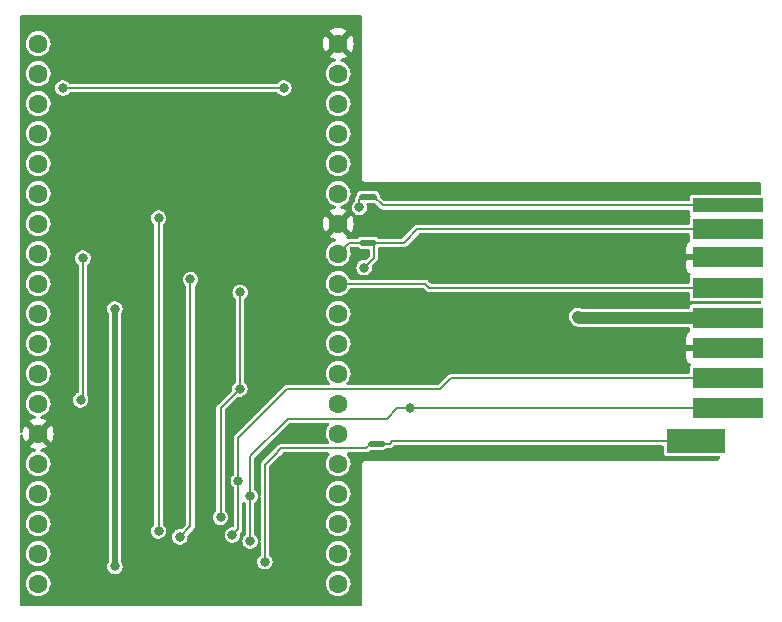
<source format=gbr>
%TF.GenerationSoftware,KiCad,Pcbnew,(6.0.6-0)*%
%TF.CreationDate,2022-08-03T19:16:28-07:00*%
%TF.ProjectId,sd_bt_streamer,73645f62-745f-4737-9472-65616d65722e,rev?*%
%TF.SameCoordinates,Original*%
%TF.FileFunction,Copper,L2,Bot*%
%TF.FilePolarity,Positive*%
%FSLAX46Y46*%
G04 Gerber Fmt 4.6, Leading zero omitted, Abs format (unit mm)*
G04 Created by KiCad (PCBNEW (6.0.6-0)) date 2022-08-03 19:16:28*
%MOMM*%
%LPD*%
G01*
G04 APERTURE LIST*
%TA.AperFunction,ComponentPad*%
%ADD10C,1.600000*%
%TD*%
%TA.AperFunction,SMDPad,CuDef*%
%ADD11R,6.000000X1.750000*%
%TD*%
%TA.AperFunction,SMDPad,CuDef*%
%ADD12R,6.000000X1.250000*%
%TD*%
%TA.AperFunction,SMDPad,CuDef*%
%ADD13R,5.000000X2.000000*%
%TD*%
%TA.AperFunction,SMDPad,CuDef*%
%ADD14C,0.500000*%
%TD*%
%TA.AperFunction,ViaPad*%
%ADD15C,0.800000*%
%TD*%
%TA.AperFunction,Conductor*%
%ADD16C,1.000000*%
%TD*%
%TA.AperFunction,Conductor*%
%ADD17C,0.500000*%
%TD*%
%TA.AperFunction,Conductor*%
%ADD18C,0.200000*%
%TD*%
G04 APERTURE END LIST*
%TO.C,NT1*%
G36*
X177750000Y-75750000D02*
G01*
X176750000Y-75750000D01*
X176750000Y-75250000D01*
X177750000Y-75250000D01*
X177750000Y-75750000D01*
G37*
%TO.C,NT3*%
G36*
X177750000Y-71850000D02*
G01*
X176750000Y-71850000D01*
X176750000Y-71350000D01*
X177750000Y-71350000D01*
X177750000Y-71850000D01*
G37*
%TO.C,NT4*%
G36*
X178500000Y-92750000D02*
G01*
X177500000Y-92750000D01*
X177500000Y-92250000D01*
X178500000Y-92250000D01*
X178500000Y-92750000D01*
G37*
%TD*%
D10*
%TO.P,U2,1,3V3*%
%TO.N,+3.3VP*%
X149300000Y-58640000D03*
%TO.P,U2,2,EN*%
%TO.N,unconnected-(U2-Pad2)*%
X149300000Y-61180000D03*
%TO.P,U2,3,VP*%
%TO.N,unconnected-(U2-Pad3)*%
X149300000Y-63720000D03*
%TO.P,U2,4,VN*%
%TO.N,unconnected-(U2-Pad4)*%
X149300000Y-66260000D03*
%TO.P,U2,5,34*%
%TO.N,unconnected-(U2-Pad5)*%
X149300000Y-68800000D03*
%TO.P,U2,6,35*%
%TO.N,unconnected-(U2-Pad6)*%
X149300000Y-71340000D03*
%TO.P,U2,7,32*%
%TO.N,unconnected-(U2-Pad7)*%
X149300000Y-73880000D03*
%TO.P,U2,8,33*%
%TO.N,unconnected-(U2-Pad8)*%
X149300000Y-76420000D03*
%TO.P,U2,9,25*%
%TO.N,unconnected-(U2-Pad9)*%
X149300000Y-78960000D03*
%TO.P,U2,10,26*%
%TO.N,unconnected-(U2-Pad10)*%
X149300000Y-81500000D03*
%TO.P,U2,11,27*%
%TO.N,unconnected-(U2-Pad11)*%
X149300000Y-84040000D03*
%TO.P,U2,12,14*%
%TO.N,/CLK*%
X149300000Y-86580000D03*
%TO.P,U2,13,12*%
%TO.N,/MISO_ESP32*%
X149300000Y-89120000D03*
%TO.P,U2,14,GND*%
%TO.N,GND*%
X149300000Y-91660000D03*
%TO.P,U2,15,13*%
%TO.N,/MOSI*%
X149300000Y-94200000D03*
%TO.P,U2,16,D2*%
%TO.N,unconnected-(U2-Pad16)*%
X149300000Y-96740000D03*
%TO.P,U2,17,D3*%
%TO.N,unconnected-(U2-Pad17)*%
X149300000Y-99280000D03*
%TO.P,U2,18,CMD*%
%TO.N,unconnected-(U2-Pad18)*%
X149300000Y-101820000D03*
%TO.P,U2,19,5V*%
%TO.N,unconnected-(U2-Pad19)*%
X149300000Y-104360000D03*
%TO.P,U2,20,SCLK*%
%TO.N,unconnected-(U2-Pad20)*%
X174700000Y-104360000D03*
%TO.P,U2,21,D0*%
%TO.N,unconnected-(U2-Pad21)*%
X174700000Y-101820000D03*
%TO.P,U2,22,D1*%
%TO.N,unconnected-(U2-Pad22)*%
X174700000Y-99280000D03*
%TO.P,U2,23,15*%
%TO.N,/CS*%
X174700000Y-96740000D03*
%TO.P,U2,24,2*%
%TO.N,unconnected-(U2-Pad24)*%
X174700000Y-94200000D03*
%TO.P,U2,25,0*%
%TO.N,unconnected-(U2-Pad25)*%
X174700000Y-91660000D03*
%TO.P,U2,26,4*%
%TO.N,unconnected-(U2-Pad26)*%
X174700000Y-89120000D03*
%TO.P,U2,27,16*%
%TO.N,unconnected-(U2-Pad27)*%
X174700000Y-86580000D03*
%TO.P,U2,28,17*%
%TO.N,unconnected-(U2-Pad28)*%
X174700000Y-84040000D03*
%TO.P,U2,29,5*%
%TO.N,/CS*%
X174700000Y-81500000D03*
%TO.P,U2,30,18*%
%TO.N,/CLK*%
X174700000Y-78960000D03*
%TO.P,U2,31,19*%
%TO.N,/MISO_ESP32*%
X174700000Y-76420000D03*
%TO.P,U2,32,GND*%
%TO.N,GND*%
X174700000Y-73880000D03*
%TO.P,U2,33,21*%
%TO.N,unconnected-(U2-Pad33)*%
X174700000Y-71340000D03*
%TO.P,U2,34,RX*%
%TO.N,unconnected-(U2-Pad34)*%
X174700000Y-68800000D03*
%TO.P,U2,35,TX*%
%TO.N,unconnected-(U2-Pad35)*%
X174700000Y-66260000D03*
%TO.P,U2,36,22*%
%TO.N,unconnected-(U2-Pad36)*%
X174700000Y-63720000D03*
%TO.P,U2,37,23*%
%TO.N,/MOSI*%
X174700000Y-61180000D03*
%TO.P,U2,38,GND*%
%TO.N,GND*%
X174700000Y-58640000D03*
%TD*%
D11*
%TO.P,U1,1,DAT3/CS*%
%TO.N,/CS*%
X207703000Y-89514600D03*
%TO.P,U1,2,CMD/MOSI*%
%TO.N,/MOSI*%
X207703000Y-86965000D03*
%TO.P,U1,3,VSS1*%
%TO.N,GND*%
X207703000Y-84370000D03*
%TO.P,U1,4,VDD*%
%TO.N,+3.3V*%
X207703000Y-81840000D03*
%TO.P,U1,5,CLOCK*%
%TO.N,/CLK*%
X207703000Y-79305000D03*
%TO.P,U1,6,VSS2*%
%TO.N,GND*%
X207703000Y-76740000D03*
%TO.P,U1,7,DAT0/MISO*%
%TO.N,/MISO*%
X207703000Y-74340000D03*
D12*
%TO.P,U1,8,DAT1/IRQ*%
%TO.N,/DAT1_T*%
X207703000Y-72340000D03*
D13*
%TO.P,U1,9,DAT2/NC*%
%TO.N,/DAT2_T*%
X205030000Y-92300000D03*
%TD*%
D14*
%TO.P,NT1,1,1*%
%TO.N,/MISO_ESP32*%
X176750000Y-75500000D03*
%TO.P,NT1,2,2*%
%TO.N,/MISO*%
X177750000Y-75500000D03*
%TD*%
%TO.P,NT3,1,1*%
%TO.N,/DAT1*%
X176750000Y-71600000D03*
%TO.P,NT3,2,2*%
%TO.N,/DAT1_T*%
X177750000Y-71600000D03*
%TD*%
%TO.P,NT4,1,1*%
%TO.N,/DAT2*%
X177500000Y-92500000D03*
%TO.P,NT4,2,2*%
%TO.N,/DAT2_T*%
X178500000Y-92500000D03*
%TD*%
D15*
%TO.N,+3.3V*%
X195000000Y-81750000D03*
X155800000Y-81100000D03*
X155800000Y-102900000D03*
%TO.N,/MISO*%
X161300000Y-100400000D03*
X162200000Y-78600000D03*
X176900000Y-77600000D03*
%TO.N,/CLK*%
X166375000Y-87875000D03*
X166400000Y-79700000D03*
X164750000Y-98750000D03*
%TO.N,/MOSI*%
X166250000Y-95650000D03*
X165750000Y-100250000D03*
X151400000Y-62400000D03*
X170100000Y-62400000D03*
%TO.N,/CS*%
X167250000Y-96950000D03*
X180785400Y-89514600D03*
X167250000Y-100750000D03*
%TO.N,/DAT1*%
X159500000Y-73400000D03*
X159500000Y-99900000D03*
X176500000Y-72500000D03*
%TO.N,/DAT2*%
X168500000Y-102500000D03*
%TO.N,/MISO_ESP32*%
X153100000Y-76800000D03*
X152900000Y-88800000D03*
%TD*%
D16*
%TO.N,+3.3V*%
X207703000Y-81840000D02*
X195090000Y-81840000D01*
X195090000Y-81840000D02*
X195000000Y-81750000D01*
D17*
X155800000Y-102900000D02*
X155800000Y-81100000D01*
D18*
%TO.N,/MISO*%
X177750000Y-75500000D02*
X177750000Y-76750000D01*
X162200000Y-99500000D02*
X162200000Y-78600000D01*
X181410000Y-74340000D02*
X207703000Y-74340000D01*
X161300000Y-100400000D02*
X162200000Y-99500000D01*
X177750000Y-75500000D02*
X180250000Y-75500000D01*
X180425000Y-75325000D02*
X181410000Y-74340000D01*
X180250000Y-75500000D02*
X180425000Y-75325000D01*
X177750000Y-76750000D02*
X176900000Y-77600000D01*
%TO.N,/CLK*%
X182060000Y-78960000D02*
X174700000Y-78960000D01*
X164750000Y-98750000D02*
X164750000Y-89500000D01*
X166375000Y-87875000D02*
X166375000Y-79725000D01*
X207703000Y-79305000D02*
X182405000Y-79305000D01*
X164750000Y-89500000D02*
X166375000Y-87875000D01*
X182405000Y-79305000D02*
X182060000Y-78960000D01*
X166375000Y-79725000D02*
X166400000Y-79700000D01*
%TO.N,/MOSI*%
X151400000Y-62400000D02*
X170100000Y-62400000D01*
X183330000Y-87900000D02*
X170350000Y-87900000D01*
X166250000Y-95650000D02*
X166250000Y-99750000D01*
X170350000Y-87900000D02*
X166250000Y-92000000D01*
X166250000Y-99750000D02*
X165750000Y-100250000D01*
X166250000Y-92000000D02*
X166250000Y-95650000D01*
X207703000Y-86965000D02*
X184265000Y-86965000D01*
X184265000Y-86965000D02*
X183330000Y-87900000D01*
%TO.N,/CS*%
X180785400Y-89514600D02*
X179685400Y-89514600D01*
X179685400Y-89514600D02*
X178800000Y-90400000D01*
X207703000Y-89514600D02*
X180785400Y-89514600D01*
X178800000Y-90400000D02*
X170429200Y-90400000D01*
X167250000Y-96950000D02*
X167250000Y-100750000D01*
X167250000Y-93579200D02*
X167250000Y-96950000D01*
X170429200Y-90400000D02*
X167250000Y-93579200D01*
%TO.N,/DAT1*%
X176500000Y-71850000D02*
X176750000Y-71600000D01*
X159500000Y-99900000D02*
X159500000Y-73400000D01*
X176500000Y-72500000D02*
X176500000Y-71850000D01*
%TO.N,/DAT2*%
X177500000Y-92500000D02*
X177100000Y-92900000D01*
X168500000Y-102500000D02*
X168500000Y-94300000D01*
X168500000Y-94300000D02*
X169250000Y-93550000D01*
X177100000Y-92900000D02*
X169900000Y-92900000D01*
X169900000Y-92900000D02*
X169250000Y-93550000D01*
%TO.N,/DAT1_T*%
X207703000Y-72340000D02*
X178490000Y-72340000D01*
X177750000Y-71600000D02*
X178490000Y-72340000D01*
%TO.N,/DAT2_T*%
X178500000Y-92500000D02*
X179100000Y-92500000D01*
X179100000Y-92500000D02*
X179300000Y-92300000D01*
X205030000Y-92300000D02*
X179300000Y-92300000D01*
%TO.N,/MISO_ESP32*%
X175620000Y-75500000D02*
X174700000Y-76420000D01*
X153100000Y-88600000D02*
X152900000Y-88800000D01*
X176750000Y-75500000D02*
X175620000Y-75500000D01*
X153100000Y-76800000D02*
X153100000Y-88600000D01*
%TD*%
%TA.AperFunction,Conductor*%
%TO.N,GND*%
G36*
X176691621Y-56270502D02*
G01*
X176738114Y-56324158D01*
X176749500Y-56376500D01*
X176749500Y-70032915D01*
X176747079Y-70057496D01*
X176744592Y-70070000D01*
X176764034Y-70167740D01*
X176819399Y-70250601D01*
X176902260Y-70305966D01*
X176952533Y-70315966D01*
X177000000Y-70325408D01*
X177012171Y-70322987D01*
X177012172Y-70322987D01*
X177012504Y-70322921D01*
X177037085Y-70320500D01*
X210393680Y-70320500D01*
X210461801Y-70340502D01*
X210508294Y-70394158D01*
X210519680Y-70446438D01*
X210520117Y-71331406D01*
X210520120Y-71338438D01*
X210500152Y-71406568D01*
X210446519Y-71453088D01*
X210394120Y-71464500D01*
X204678326Y-71464500D01*
X204605260Y-71479034D01*
X204522399Y-71534399D01*
X204515507Y-71544714D01*
X204478567Y-71600000D01*
X204467034Y-71617260D01*
X204452500Y-71690326D01*
X204452500Y-71863500D01*
X204432498Y-71931621D01*
X204378842Y-71978114D01*
X204326500Y-71989500D01*
X178687372Y-71989500D01*
X178619251Y-71969498D01*
X178598277Y-71952595D01*
X178286994Y-71641312D01*
X178252968Y-71579000D01*
X178251362Y-71570079D01*
X178236596Y-71466968D01*
X178236595Y-71466965D01*
X178235323Y-71458082D01*
X178175984Y-71327572D01*
X178157598Y-71306234D01*
X178088260Y-71225763D01*
X178088257Y-71225760D01*
X178082400Y-71218963D01*
X177962095Y-71140985D01*
X177824739Y-71099907D01*
X177815763Y-71099852D01*
X177815762Y-71099852D01*
X177811063Y-71099823D01*
X177787213Y-71099677D01*
X177763406Y-71097259D01*
X177750000Y-71094592D01*
X177737825Y-71097014D01*
X177736709Y-71097014D01*
X177713508Y-71099228D01*
X177681376Y-71099031D01*
X177680047Y-71099411D01*
X177678738Y-71099500D01*
X176787085Y-71099500D01*
X176762504Y-71097079D01*
X176762173Y-71097013D01*
X176762171Y-71097013D01*
X176750000Y-71094592D01*
X176737825Y-71097014D01*
X176736709Y-71097014D01*
X176713508Y-71099228D01*
X176681376Y-71099031D01*
X176543529Y-71138428D01*
X176422280Y-71214930D01*
X176327377Y-71322388D01*
X176266447Y-71452163D01*
X176248452Y-71567744D01*
X176246805Y-71578321D01*
X176224811Y-71632207D01*
X176221320Y-71637091D01*
X176217764Y-71641827D01*
X176188608Y-71678811D01*
X176185807Y-71686787D01*
X176180889Y-71693669D01*
X176167381Y-71738836D01*
X176165559Y-71744442D01*
X176152572Y-71781423D01*
X176152571Y-71781429D01*
X176149945Y-71788906D01*
X176149500Y-71794044D01*
X176149500Y-71796763D01*
X176149405Y-71798945D01*
X176149245Y-71799480D01*
X176149218Y-71799479D01*
X176149211Y-71799597D01*
X176147456Y-71805464D01*
X176147865Y-71815872D01*
X176149403Y-71855019D01*
X176149500Y-71859966D01*
X176149500Y-71885197D01*
X176129498Y-71953318D01*
X176106332Y-71980144D01*
X176013034Y-72061533D01*
X175983543Y-72103495D01*
X175959442Y-72137787D01*
X175922501Y-72190348D01*
X175865309Y-72337039D01*
X175864318Y-72344568D01*
X175848705Y-72463161D01*
X175844758Y-72493138D01*
X175862035Y-72649633D01*
X175916143Y-72797490D01*
X175920380Y-72803796D01*
X175920382Y-72803799D01*
X175946801Y-72843114D01*
X176003958Y-72928172D01*
X176120410Y-73034135D01*
X176127085Y-73037759D01*
X176252099Y-73105637D01*
X176252101Y-73105638D01*
X176258776Y-73109262D01*
X176266125Y-73111190D01*
X176403719Y-73147287D01*
X176403721Y-73147287D01*
X176411069Y-73149215D01*
X176494380Y-73150524D01*
X176560898Y-73151569D01*
X176560901Y-73151569D01*
X176568495Y-73151688D01*
X176721968Y-73116538D01*
X176862625Y-73045795D01*
X176915556Y-73000588D01*
X176976574Y-72948474D01*
X176976576Y-72948471D01*
X176982348Y-72943542D01*
X177074224Y-72815683D01*
X177082966Y-72793938D01*
X177104413Y-72740586D01*
X177132950Y-72669598D01*
X177143072Y-72598477D01*
X177154553Y-72517807D01*
X177154553Y-72517804D01*
X177155134Y-72513723D01*
X177155278Y-72500000D01*
X177136363Y-72343694D01*
X177131175Y-72329963D01*
X177108909Y-72271037D01*
X177103541Y-72200244D01*
X177137299Y-72137787D01*
X177199465Y-72103495D01*
X177226775Y-72100500D01*
X177702628Y-72100500D01*
X177770749Y-72120502D01*
X177791723Y-72137405D01*
X178206217Y-72551899D01*
X178218295Y-72566853D01*
X178221527Y-72570405D01*
X178227175Y-72579152D01*
X178235352Y-72585598D01*
X178251086Y-72598002D01*
X178255021Y-72601499D01*
X178255109Y-72601395D01*
X178259068Y-72604750D01*
X178262746Y-72608428D01*
X178266971Y-72611447D01*
X178266979Y-72611454D01*
X178277080Y-72618672D01*
X178281827Y-72622236D01*
X178318811Y-72651392D01*
X178326787Y-72654193D01*
X178333669Y-72659111D01*
X178378836Y-72672619D01*
X178384442Y-72674441D01*
X178421423Y-72687428D01*
X178421429Y-72687429D01*
X178428906Y-72690055D01*
X178434044Y-72690500D01*
X178436763Y-72690500D01*
X178438945Y-72690595D01*
X178439480Y-72690755D01*
X178439479Y-72690782D01*
X178439597Y-72690789D01*
X178445464Y-72692544D01*
X178495019Y-72690597D01*
X178499966Y-72690500D01*
X204326500Y-72690500D01*
X204394621Y-72710502D01*
X204441114Y-72764158D01*
X204452500Y-72816500D01*
X204452500Y-72989674D01*
X204467034Y-73062740D01*
X204513493Y-73132271D01*
X204521997Y-73144999D01*
X204543211Y-73212752D01*
X204521997Y-73285000D01*
X204467034Y-73367260D01*
X204452500Y-73440326D01*
X204452500Y-73863500D01*
X204432498Y-73931621D01*
X204378842Y-73978114D01*
X204326500Y-73989500D01*
X181460824Y-73989500D01*
X181441725Y-73987467D01*
X181436917Y-73987240D01*
X181426739Y-73985049D01*
X181396509Y-73988627D01*
X181391254Y-73988937D01*
X181391265Y-73989072D01*
X181386087Y-73989500D01*
X181380885Y-73989500D01*
X181363515Y-73992391D01*
X181357644Y-73993227D01*
X181321200Y-73997540D01*
X181321198Y-73997541D01*
X181310861Y-73998764D01*
X181303240Y-74002423D01*
X181294897Y-74003812D01*
X181285733Y-74008757D01*
X181285732Y-74008757D01*
X181253428Y-74026187D01*
X181248138Y-74028882D01*
X181212820Y-74045841D01*
X181212813Y-74045845D01*
X181205673Y-74049274D01*
X181201726Y-74052592D01*
X181199791Y-74054527D01*
X181198196Y-74055990D01*
X181197706Y-74056254D01*
X181197687Y-74056234D01*
X181197598Y-74056313D01*
X181192206Y-74059222D01*
X181185136Y-74066870D01*
X181185135Y-74066871D01*
X181158545Y-74095636D01*
X181155116Y-74099202D01*
X180141723Y-75112595D01*
X180079411Y-75146621D01*
X180052628Y-75149500D01*
X178162704Y-75149500D01*
X178094583Y-75129498D01*
X178085779Y-75122884D01*
X178082400Y-75118963D01*
X177962095Y-75040985D01*
X177824739Y-74999907D01*
X177815763Y-74999852D01*
X177815762Y-74999852D01*
X177811063Y-74999823D01*
X177787213Y-74999677D01*
X177763406Y-74997259D01*
X177750000Y-74994592D01*
X177737825Y-74997014D01*
X177736709Y-74997014D01*
X177713508Y-74999228D01*
X177681376Y-74999031D01*
X177680047Y-74999411D01*
X177678738Y-74999500D01*
X176787085Y-74999500D01*
X176762504Y-74997079D01*
X176762173Y-74997013D01*
X176762171Y-74997013D01*
X176750000Y-74994592D01*
X176737825Y-74997014D01*
X176736709Y-74997014D01*
X176713508Y-74999228D01*
X176681376Y-74999031D01*
X176543529Y-75038428D01*
X176422280Y-75114930D01*
X176417866Y-75119927D01*
X176354088Y-75148372D01*
X176337265Y-75149500D01*
X175670824Y-75149500D01*
X175651725Y-75147467D01*
X175646917Y-75147240D01*
X175636739Y-75145049D01*
X175606509Y-75148627D01*
X175601254Y-75148937D01*
X175601265Y-75149072D01*
X175596087Y-75149500D01*
X175590885Y-75149500D01*
X175573515Y-75152391D01*
X175567643Y-75153227D01*
X175546730Y-75155702D01*
X175476731Y-75143844D01*
X175424254Y-75096025D01*
X175405961Y-75027425D01*
X175421535Y-74978908D01*
X175422545Y-74969146D01*
X175414356Y-74953566D01*
X174712812Y-74252022D01*
X174698868Y-74244408D01*
X174697035Y-74244539D01*
X174690420Y-74248790D01*
X173984923Y-74954287D01*
X173978493Y-74966062D01*
X173987789Y-74978077D01*
X174038994Y-75013931D01*
X174048489Y-75019414D01*
X174245947Y-75111490D01*
X174256239Y-75115236D01*
X174428428Y-75161374D01*
X174489051Y-75198326D01*
X174520072Y-75262187D01*
X174511644Y-75332681D01*
X174466441Y-75387428D01*
X174431393Y-75403955D01*
X174304572Y-75441280D01*
X174299107Y-75444137D01*
X174258244Y-75465500D01*
X174122002Y-75536726D01*
X174117201Y-75540586D01*
X174117198Y-75540588D01*
X174106971Y-75548811D01*
X173961447Y-75665815D01*
X173829024Y-75823630D01*
X173826056Y-75829028D01*
X173826053Y-75829033D01*
X173784558Y-75904513D01*
X173729776Y-76004162D01*
X173707572Y-76074158D01*
X173671969Y-76186395D01*
X173667484Y-76200532D01*
X173666798Y-76206649D01*
X173666797Y-76206653D01*
X173649985Y-76356538D01*
X173644520Y-76405262D01*
X173645036Y-76411406D01*
X173652771Y-76503514D01*
X173661759Y-76610553D01*
X173663458Y-76616478D01*
X173700306Y-76744981D01*
X173718544Y-76808586D01*
X173721359Y-76814063D01*
X173721360Y-76814066D01*
X173809197Y-76984978D01*
X173812712Y-76991818D01*
X173940677Y-77153270D01*
X173945370Y-77157264D01*
X173945371Y-77157265D01*
X174052542Y-77248474D01*
X174097564Y-77286791D01*
X174102942Y-77289797D01*
X174102944Y-77289798D01*
X174182276Y-77334135D01*
X174277398Y-77387297D01*
X174366691Y-77416310D01*
X174467471Y-77449056D01*
X174467475Y-77449057D01*
X174473329Y-77450959D01*
X174677894Y-77475351D01*
X174684029Y-77474879D01*
X174684031Y-77474879D01*
X174740039Y-77470569D01*
X174883300Y-77459546D01*
X174889230Y-77457890D01*
X174889232Y-77457890D01*
X175013104Y-77423304D01*
X175081725Y-77404145D01*
X175087214Y-77401372D01*
X175087220Y-77401370D01*
X175242133Y-77323117D01*
X175265610Y-77311258D01*
X175427951Y-77184424D01*
X175452022Y-77156538D01*
X175558540Y-77033134D01*
X175558540Y-77033133D01*
X175562564Y-77028472D01*
X175583387Y-76991818D01*
X175607651Y-76949105D01*
X175664323Y-76849344D01*
X175729351Y-76653863D01*
X175755171Y-76449474D01*
X175755583Y-76420000D01*
X175735480Y-76214970D01*
X175679642Y-76030026D01*
X175679101Y-75959032D01*
X175711169Y-75904513D01*
X175728277Y-75887405D01*
X175790589Y-75853379D01*
X175817372Y-75850500D01*
X176337184Y-75850500D01*
X176405305Y-75870502D01*
X176411538Y-75875244D01*
X176412970Y-75876948D01*
X176419424Y-75881244D01*
X176419429Y-75881248D01*
X176524836Y-75951413D01*
X176532313Y-75956390D01*
X176669157Y-75999142D01*
X176712268Y-75999932D01*
X176734541Y-76002333D01*
X176750000Y-76005408D01*
X176762172Y-76002987D01*
X176766436Y-76002987D01*
X176785592Y-76001277D01*
X176803522Y-76001606D01*
X176803526Y-76001606D01*
X176812499Y-76001770D01*
X176816256Y-76000746D01*
X176820217Y-76000500D01*
X177273500Y-76000500D01*
X177341621Y-76020502D01*
X177388114Y-76074158D01*
X177399500Y-76126500D01*
X177399500Y-76552628D01*
X177379498Y-76620749D01*
X177362595Y-76641723D01*
X177089151Y-76915167D01*
X177026839Y-76949193D01*
X176986476Y-76950981D01*
X176982128Y-76949889D01*
X176974533Y-76949849D01*
X176974531Y-76949849D01*
X176904921Y-76949485D01*
X176824684Y-76949065D01*
X176817305Y-76950837D01*
X176817301Y-76950837D01*
X176678967Y-76984048D01*
X176678963Y-76984049D01*
X176671588Y-76985820D01*
X176531679Y-77058032D01*
X176525957Y-77063024D01*
X176525955Y-77063025D01*
X176418759Y-77156538D01*
X176418756Y-77156541D01*
X176413034Y-77161533D01*
X176408667Y-77167747D01*
X176351931Y-77248474D01*
X176322501Y-77290348D01*
X176265309Y-77437039D01*
X176262598Y-77457632D01*
X176254584Y-77518506D01*
X176244758Y-77593138D01*
X176262035Y-77749633D01*
X176316143Y-77897490D01*
X176320380Y-77903796D01*
X176320382Y-77903799D01*
X176336510Y-77927799D01*
X176403958Y-78028172D01*
X176426270Y-78048474D01*
X176492417Y-78108663D01*
X176520410Y-78134135D01*
X176527085Y-78137759D01*
X176652099Y-78205637D01*
X176652101Y-78205638D01*
X176658776Y-78209262D01*
X176666125Y-78211190D01*
X176803719Y-78247287D01*
X176803721Y-78247287D01*
X176811069Y-78249215D01*
X176894380Y-78250524D01*
X176960898Y-78251569D01*
X176960901Y-78251569D01*
X176968495Y-78251688D01*
X177121968Y-78216538D01*
X177262625Y-78145795D01*
X177338973Y-78080588D01*
X177376574Y-78048474D01*
X177376576Y-78048471D01*
X177382348Y-78043542D01*
X177474224Y-77915683D01*
X177478743Y-77904443D01*
X177530114Y-77776652D01*
X177532950Y-77769598D01*
X177555134Y-77613723D01*
X177555278Y-77600000D01*
X177545416Y-77518505D01*
X177557089Y-77448476D01*
X177581408Y-77414274D01*
X177961899Y-77033783D01*
X177976853Y-77021705D01*
X177980405Y-77018473D01*
X177989152Y-77012825D01*
X178008002Y-76988914D01*
X178011500Y-76984978D01*
X178011396Y-76984890D01*
X178014751Y-76980931D01*
X178018429Y-76977253D01*
X178021448Y-76973028D01*
X178021455Y-76973020D01*
X178028669Y-76962924D01*
X178032236Y-76958174D01*
X178054944Y-76929369D01*
X178054945Y-76929366D01*
X178061392Y-76921189D01*
X178064194Y-76913211D01*
X178069111Y-76906330D01*
X178082621Y-76861157D01*
X178084442Y-76855553D01*
X178084739Y-76854707D01*
X178100055Y-76811094D01*
X178100500Y-76805956D01*
X178100500Y-76803251D01*
X178100595Y-76801054D01*
X178100755Y-76800520D01*
X178100782Y-76800521D01*
X178100789Y-76800403D01*
X178102544Y-76794536D01*
X178100597Y-76744981D01*
X178100500Y-76740034D01*
X178100500Y-75976500D01*
X178120502Y-75908379D01*
X178174158Y-75861886D01*
X178226500Y-75850500D01*
X180199176Y-75850500D01*
X180218275Y-75852533D01*
X180223083Y-75852760D01*
X180233261Y-75854951D01*
X180263491Y-75851373D01*
X180268746Y-75851063D01*
X180268735Y-75850928D01*
X180273914Y-75850500D01*
X180279115Y-75850500D01*
X180284243Y-75849646D01*
X180284249Y-75849646D01*
X180296473Y-75847611D01*
X180302349Y-75846774D01*
X180338799Y-75842460D01*
X180338801Y-75842460D01*
X180349138Y-75841236D01*
X180356758Y-75837577D01*
X180365103Y-75836188D01*
X180406584Y-75813806D01*
X180411870Y-75811113D01*
X180454326Y-75790726D01*
X180458274Y-75787408D01*
X180460207Y-75785475D01*
X180461804Y-75784010D01*
X180462294Y-75783746D01*
X180462313Y-75783766D01*
X180462402Y-75783687D01*
X180467794Y-75780778D01*
X180484553Y-75762649D01*
X180501455Y-75744364D01*
X180504884Y-75740798D01*
X181518277Y-74727405D01*
X181580589Y-74693379D01*
X181607372Y-74690500D01*
X204326500Y-74690500D01*
X204394621Y-74710502D01*
X204441114Y-74764158D01*
X204452500Y-74816500D01*
X204452500Y-75239674D01*
X204453707Y-75245741D01*
X204467034Y-75312740D01*
X204463600Y-75313423D01*
X204468973Y-75363338D01*
X204437202Y-75426830D01*
X204420537Y-75441809D01*
X204347276Y-75496715D01*
X204334715Y-75509276D01*
X204258214Y-75611351D01*
X204249676Y-75626946D01*
X204204522Y-75747394D01*
X204200895Y-75762649D01*
X204195369Y-75813514D01*
X204195000Y-75820328D01*
X204195000Y-76467885D01*
X204199475Y-76483124D01*
X204200865Y-76484329D01*
X204208548Y-76486000D01*
X207831000Y-76486000D01*
X207899121Y-76506002D01*
X207945614Y-76559658D01*
X207957000Y-76612000D01*
X207957000Y-76868000D01*
X207936998Y-76936121D01*
X207883342Y-76982614D01*
X207831000Y-76994000D01*
X204213116Y-76994000D01*
X204197877Y-76998475D01*
X204196672Y-76999865D01*
X204195001Y-77007548D01*
X204195001Y-77659669D01*
X204195371Y-77666490D01*
X204200895Y-77717352D01*
X204204521Y-77732604D01*
X204249676Y-77853054D01*
X204258214Y-77868649D01*
X204334715Y-77970724D01*
X204347276Y-77983285D01*
X204449351Y-78059786D01*
X204472818Y-78072634D01*
X204471298Y-78075411D01*
X204515557Y-78108663D01*
X204540253Y-78175226D01*
X204525042Y-78244574D01*
X204519325Y-78253999D01*
X204467034Y-78332260D01*
X204452500Y-78405326D01*
X204452500Y-78828500D01*
X204432498Y-78896621D01*
X204378842Y-78943114D01*
X204326500Y-78954500D01*
X182602372Y-78954500D01*
X182534251Y-78934498D01*
X182513277Y-78917595D01*
X182343783Y-78748101D01*
X182331705Y-78733147D01*
X182328473Y-78729595D01*
X182322825Y-78720848D01*
X182298914Y-78701998D01*
X182294979Y-78698501D01*
X182294891Y-78698605D01*
X182290932Y-78695250D01*
X182287254Y-78691572D01*
X182283029Y-78688553D01*
X182283021Y-78688546D01*
X182272920Y-78681328D01*
X182268173Y-78677764D01*
X182257718Y-78669522D01*
X182231189Y-78648608D01*
X182223213Y-78645807D01*
X182216331Y-78640889D01*
X182171164Y-78627381D01*
X182165558Y-78625559D01*
X182128577Y-78612572D01*
X182128571Y-78612571D01*
X182121094Y-78609945D01*
X182115956Y-78609500D01*
X182113237Y-78609500D01*
X182111055Y-78609405D01*
X182110520Y-78609245D01*
X182110521Y-78609218D01*
X182110403Y-78609211D01*
X182104536Y-78607456D01*
X182054981Y-78609403D01*
X182050034Y-78609500D01*
X175779160Y-78609500D01*
X175711039Y-78589498D01*
X175667908Y-78542653D01*
X175619301Y-78451234D01*
X175579218Y-78375849D01*
X175504414Y-78284131D01*
X175452906Y-78220975D01*
X175452903Y-78220972D01*
X175449011Y-78216200D01*
X175442173Y-78210543D01*
X175295025Y-78088811D01*
X175295021Y-78088809D01*
X175290275Y-78084882D01*
X175109055Y-77986897D01*
X174912254Y-77925977D01*
X174906129Y-77925333D01*
X174906128Y-77925333D01*
X174713498Y-77905087D01*
X174713496Y-77905087D01*
X174707369Y-77904443D01*
X174620529Y-77912346D01*
X174508342Y-77922555D01*
X174508339Y-77922556D01*
X174502203Y-77923114D01*
X174304572Y-77981280D01*
X174122002Y-78076726D01*
X174117201Y-78080586D01*
X174117198Y-78080588D01*
X174050599Y-78134135D01*
X173961447Y-78205815D01*
X173829024Y-78363630D01*
X173826056Y-78369028D01*
X173826053Y-78369033D01*
X173784528Y-78444568D01*
X173729776Y-78544162D01*
X173667484Y-78740532D01*
X173666798Y-78746649D01*
X173666797Y-78746653D01*
X173657617Y-78828500D01*
X173644520Y-78945262D01*
X173645036Y-78951406D01*
X173653386Y-79050837D01*
X173661759Y-79150553D01*
X173663458Y-79156478D01*
X173713359Y-79330502D01*
X173718544Y-79348586D01*
X173721359Y-79354063D01*
X173721360Y-79354066D01*
X173809897Y-79526341D01*
X173812712Y-79531818D01*
X173940677Y-79693270D01*
X174097564Y-79826791D01*
X174102942Y-79829797D01*
X174102944Y-79829798D01*
X174134563Y-79847469D01*
X174277398Y-79927297D01*
X174372238Y-79958113D01*
X174467471Y-79989056D01*
X174467475Y-79989057D01*
X174473329Y-79990959D01*
X174677894Y-80015351D01*
X174684029Y-80014879D01*
X174684031Y-80014879D01*
X174740039Y-80010569D01*
X174883300Y-79999546D01*
X174889230Y-79997890D01*
X174889232Y-79997890D01*
X175075797Y-79945800D01*
X175075796Y-79945800D01*
X175081725Y-79944145D01*
X175087214Y-79941372D01*
X175087220Y-79941370D01*
X175260116Y-79854033D01*
X175265610Y-79851258D01*
X175427951Y-79724424D01*
X175440749Y-79709598D01*
X175558540Y-79573134D01*
X175558540Y-79573133D01*
X175562564Y-79568472D01*
X175565672Y-79563002D01*
X175661277Y-79394706D01*
X175664323Y-79389344D01*
X175665811Y-79384870D01*
X175711463Y-79331157D01*
X175780593Y-79310500D01*
X181862628Y-79310500D01*
X181930749Y-79330502D01*
X181951723Y-79347405D01*
X182121217Y-79516899D01*
X182133295Y-79531853D01*
X182136527Y-79535405D01*
X182142175Y-79544152D01*
X182165016Y-79562159D01*
X182166086Y-79563002D01*
X182170022Y-79566500D01*
X182170110Y-79566396D01*
X182174069Y-79569751D01*
X182177747Y-79573429D01*
X182181972Y-79576448D01*
X182181980Y-79576455D01*
X182192076Y-79583669D01*
X182196826Y-79587236D01*
X182225631Y-79609944D01*
X182225634Y-79609945D01*
X182233811Y-79616392D01*
X182241789Y-79619194D01*
X182248670Y-79624111D01*
X182293843Y-79637621D01*
X182299440Y-79639440D01*
X182343906Y-79655055D01*
X182349044Y-79655500D01*
X182351749Y-79655500D01*
X182353946Y-79655595D01*
X182354480Y-79655755D01*
X182354479Y-79655782D01*
X182354597Y-79655789D01*
X182360464Y-79657544D01*
X182410019Y-79655597D01*
X182414966Y-79655500D01*
X204326500Y-79655500D01*
X204394621Y-79675502D01*
X204441114Y-79729158D01*
X204452500Y-79781500D01*
X204452500Y-80204674D01*
X204467034Y-80277740D01*
X204522399Y-80360601D01*
X204605260Y-80415966D01*
X204678326Y-80430500D01*
X210398658Y-80430500D01*
X210466779Y-80450502D01*
X210513272Y-80504158D01*
X210524658Y-80556437D01*
X210524674Y-80588437D01*
X210504706Y-80656568D01*
X210451074Y-80703087D01*
X210398674Y-80714500D01*
X204678326Y-80714500D01*
X204605260Y-80729034D01*
X204594943Y-80735928D01*
X204594942Y-80735928D01*
X204580145Y-80745815D01*
X204522399Y-80784399D01*
X204467034Y-80867260D01*
X204452500Y-80940326D01*
X204452500Y-80963500D01*
X204432498Y-81031621D01*
X204378842Y-81078114D01*
X204326500Y-81089500D01*
X195387342Y-81089500D01*
X195333993Y-81077648D01*
X195245139Y-81036120D01*
X195245135Y-81036119D01*
X195238507Y-81033021D01*
X195067169Y-80997382D01*
X194892228Y-81002116D01*
X194723068Y-81046968D01*
X194716618Y-81050419D01*
X194716616Y-81050420D01*
X194598309Y-81113723D01*
X194568764Y-81129532D01*
X194437592Y-81245380D01*
X194336588Y-81388296D01*
X194271172Y-81550615D01*
X194270071Y-81557854D01*
X194248983Y-81696478D01*
X194244852Y-81723630D01*
X194245445Y-81730922D01*
X194245445Y-81730925D01*
X194258445Y-81890757D01*
X194259039Y-81898059D01*
X194261296Y-81905025D01*
X194261296Y-81905027D01*
X194267278Y-81923491D01*
X194312973Y-82064546D01*
X194316769Y-82070802D01*
X194316771Y-82070806D01*
X194400850Y-82209363D01*
X194403761Y-82214160D01*
X194411085Y-82222452D01*
X194512322Y-82323689D01*
X194524709Y-82338102D01*
X194533041Y-82349425D01*
X194533045Y-82349429D01*
X194537383Y-82355324D01*
X194577200Y-82389151D01*
X194584704Y-82396071D01*
X194590303Y-82401670D01*
X194612351Y-82419114D01*
X194615727Y-82421883D01*
X194665175Y-82463892D01*
X194665178Y-82463894D01*
X194670755Y-82468632D01*
X194677274Y-82471960D01*
X194682184Y-82475235D01*
X194687204Y-82478336D01*
X194692949Y-82482881D01*
X194699587Y-82485983D01*
X194699588Y-82485984D01*
X194758343Y-82513444D01*
X194762289Y-82515372D01*
X194826616Y-82548219D01*
X194833725Y-82549958D01*
X194839260Y-82552017D01*
X194844868Y-82553883D01*
X194851493Y-82556979D01*
X194858653Y-82558468D01*
X194858655Y-82558469D01*
X194922184Y-82571683D01*
X194926468Y-82572653D01*
X194996606Y-82589815D01*
X195002206Y-82590162D01*
X195002210Y-82590163D01*
X195007648Y-82590500D01*
X195007646Y-82590531D01*
X195011770Y-82590780D01*
X195015672Y-82591128D01*
X195022830Y-82592617D01*
X195099378Y-82590546D01*
X195102786Y-82590500D01*
X204326500Y-82590500D01*
X204394621Y-82610502D01*
X204441114Y-82664158D01*
X204452500Y-82716500D01*
X204452500Y-82739674D01*
X204467034Y-82812740D01*
X204473928Y-82823057D01*
X204473928Y-82823058D01*
X204502013Y-82865091D01*
X204523227Y-82932844D01*
X204504443Y-83001311D01*
X204457756Y-83045612D01*
X204449354Y-83050212D01*
X204347276Y-83126715D01*
X204334715Y-83139276D01*
X204258214Y-83241351D01*
X204249676Y-83256946D01*
X204204522Y-83377394D01*
X204200895Y-83392649D01*
X204195369Y-83443514D01*
X204195000Y-83450328D01*
X204195000Y-84097885D01*
X204199475Y-84113124D01*
X204200865Y-84114329D01*
X204208548Y-84116000D01*
X207831000Y-84116000D01*
X207899121Y-84136002D01*
X207945614Y-84189658D01*
X207957000Y-84242000D01*
X207957000Y-84498000D01*
X207936998Y-84566121D01*
X207883342Y-84612614D01*
X207831000Y-84624000D01*
X204213116Y-84624000D01*
X204197877Y-84628475D01*
X204196672Y-84629865D01*
X204195001Y-84637548D01*
X204195001Y-85289669D01*
X204195371Y-85296490D01*
X204200895Y-85347352D01*
X204204521Y-85362604D01*
X204249676Y-85483054D01*
X204258214Y-85498649D01*
X204334715Y-85600724D01*
X204347276Y-85613285D01*
X204449351Y-85689786D01*
X204464950Y-85698326D01*
X204479500Y-85703781D01*
X204536264Y-85746423D01*
X204560963Y-85812985D01*
X204545755Y-85882333D01*
X204528529Y-85905303D01*
X204522399Y-85909399D01*
X204467034Y-85992260D01*
X204452500Y-86065326D01*
X204452500Y-86488500D01*
X204432498Y-86556621D01*
X204378842Y-86603114D01*
X204326500Y-86614500D01*
X184315826Y-86614500D01*
X184296727Y-86612467D01*
X184291923Y-86612240D01*
X184281740Y-86610048D01*
X184271398Y-86611272D01*
X184251501Y-86613627D01*
X184246253Y-86613936D01*
X184246264Y-86614072D01*
X184241085Y-86614500D01*
X184235885Y-86614500D01*
X184230759Y-86615353D01*
X184230750Y-86615354D01*
X184218537Y-86617387D01*
X184212661Y-86618224D01*
X184176203Y-86622539D01*
X184176202Y-86622539D01*
X184165862Y-86623763D01*
X184158239Y-86627424D01*
X184149897Y-86628812D01*
X184140730Y-86633758D01*
X184140731Y-86633758D01*
X184108436Y-86651184D01*
X184103145Y-86653880D01*
X184060674Y-86674274D01*
X184056726Y-86677592D01*
X184054787Y-86679531D01*
X184053196Y-86680990D01*
X184052706Y-86681254D01*
X184052687Y-86681234D01*
X184052598Y-86681313D01*
X184047206Y-86684222D01*
X184040136Y-86691870D01*
X184040135Y-86691871D01*
X184013545Y-86720636D01*
X184010116Y-86724202D01*
X183221723Y-87512595D01*
X183159411Y-87546621D01*
X183132628Y-87549500D01*
X175526143Y-87549500D01*
X175458022Y-87529498D01*
X175411529Y-87475842D01*
X175401425Y-87405568D01*
X175430761Y-87341170D01*
X175558536Y-87193140D01*
X175558542Y-87193132D01*
X175562564Y-87188472D01*
X175583387Y-87151818D01*
X175661276Y-87014707D01*
X175664323Y-87009344D01*
X175729351Y-86813863D01*
X175755171Y-86609474D01*
X175755583Y-86580000D01*
X175735480Y-86374970D01*
X175675935Y-86177749D01*
X175579218Y-85995849D01*
X175505859Y-85905902D01*
X175452906Y-85840975D01*
X175452903Y-85840972D01*
X175449011Y-85836200D01*
X175420949Y-85812985D01*
X175295025Y-85708811D01*
X175295021Y-85708809D01*
X175290275Y-85704882D01*
X175109055Y-85606897D01*
X174912254Y-85545977D01*
X174906129Y-85545333D01*
X174906128Y-85545333D01*
X174713498Y-85525087D01*
X174713496Y-85525087D01*
X174707369Y-85524443D01*
X174620529Y-85532346D01*
X174508342Y-85542555D01*
X174508339Y-85542556D01*
X174502203Y-85543114D01*
X174304572Y-85601280D01*
X174122002Y-85696726D01*
X174117201Y-85700586D01*
X174117198Y-85700588D01*
X174106971Y-85708811D01*
X173961447Y-85825815D01*
X173829024Y-85983630D01*
X173826056Y-85989028D01*
X173826053Y-85989033D01*
X173784111Y-86065326D01*
X173729776Y-86164162D01*
X173667484Y-86360532D01*
X173666798Y-86366649D01*
X173666797Y-86366653D01*
X173653130Y-86488500D01*
X173644520Y-86565262D01*
X173645036Y-86571406D01*
X173654259Y-86681234D01*
X173661759Y-86770553D01*
X173718544Y-86968586D01*
X173721359Y-86974063D01*
X173721360Y-86974066D01*
X173742247Y-87014707D01*
X173812712Y-87151818D01*
X173940677Y-87313270D01*
X173945371Y-87317265D01*
X173945372Y-87317266D01*
X173957452Y-87327547D01*
X173996364Y-87386930D01*
X173996995Y-87457924D01*
X173959143Y-87517988D01*
X173894826Y-87548053D01*
X173875788Y-87549500D01*
X170400826Y-87549500D01*
X170381727Y-87547467D01*
X170376923Y-87547240D01*
X170366740Y-87545048D01*
X170356398Y-87546272D01*
X170336501Y-87548627D01*
X170331253Y-87548936D01*
X170331264Y-87549072D01*
X170326085Y-87549500D01*
X170320885Y-87549500D01*
X170315759Y-87550353D01*
X170315750Y-87550354D01*
X170303537Y-87552387D01*
X170297661Y-87553224D01*
X170261203Y-87557539D01*
X170261202Y-87557539D01*
X170250862Y-87558763D01*
X170243239Y-87562424D01*
X170234897Y-87563812D01*
X170193416Y-87586194D01*
X170188169Y-87588867D01*
X170145674Y-87609273D01*
X170141726Y-87612592D01*
X170139797Y-87614521D01*
X170138196Y-87615990D01*
X170137719Y-87616247D01*
X170137698Y-87616224D01*
X170137597Y-87616313D01*
X170132206Y-87619222D01*
X170125136Y-87626870D01*
X170125135Y-87626871D01*
X170098545Y-87655636D01*
X170095116Y-87659202D01*
X166038101Y-91716217D01*
X166023147Y-91728295D01*
X166019595Y-91731527D01*
X166010848Y-91737175D01*
X165992841Y-91760016D01*
X165991998Y-91761086D01*
X165988501Y-91765021D01*
X165988605Y-91765109D01*
X165985250Y-91769068D01*
X165981572Y-91772746D01*
X165978553Y-91776971D01*
X165978546Y-91776979D01*
X165971328Y-91787080D01*
X165967764Y-91791827D01*
X165938608Y-91828811D01*
X165935807Y-91836787D01*
X165930889Y-91843669D01*
X165917381Y-91888836D01*
X165915559Y-91894442D01*
X165902572Y-91931423D01*
X165902571Y-91931429D01*
X165899945Y-91938906D01*
X165899500Y-91944044D01*
X165899500Y-91946763D01*
X165899405Y-91948945D01*
X165899245Y-91949480D01*
X165899218Y-91949479D01*
X165899211Y-91949597D01*
X165897456Y-91955464D01*
X165899091Y-91997079D01*
X165899403Y-92005019D01*
X165899500Y-92009966D01*
X165899500Y-95035197D01*
X165879498Y-95103318D01*
X165856332Y-95130144D01*
X165763034Y-95211533D01*
X165672501Y-95340348D01*
X165615309Y-95487039D01*
X165614318Y-95494568D01*
X165600141Y-95602253D01*
X165594758Y-95643138D01*
X165612035Y-95799633D01*
X165666143Y-95947490D01*
X165670380Y-95953796D01*
X165670382Y-95953799D01*
X165710709Y-96013811D01*
X165753958Y-96078172D01*
X165759573Y-96083281D01*
X165759578Y-96083287D01*
X165858300Y-96173117D01*
X165895222Y-96233757D01*
X165899500Y-96266310D01*
X165899500Y-99473581D01*
X165879498Y-99541702D01*
X165825842Y-99588195D01*
X165772841Y-99599579D01*
X165674684Y-99599065D01*
X165667305Y-99600837D01*
X165667301Y-99600837D01*
X165528967Y-99634048D01*
X165528963Y-99634049D01*
X165521588Y-99635820D01*
X165381679Y-99708032D01*
X165375957Y-99713024D01*
X165375955Y-99713025D01*
X165268759Y-99806538D01*
X165268756Y-99806541D01*
X165263034Y-99811533D01*
X165234721Y-99851818D01*
X165180221Y-99929364D01*
X165172501Y-99940348D01*
X165115309Y-100087039D01*
X165114318Y-100094568D01*
X165096493Y-100229963D01*
X165094758Y-100243138D01*
X165112035Y-100399633D01*
X165166143Y-100547490D01*
X165170380Y-100553796D01*
X165170382Y-100553799D01*
X165185739Y-100576652D01*
X165253958Y-100678172D01*
X165370410Y-100784135D01*
X165382796Y-100790860D01*
X165502099Y-100855637D01*
X165502101Y-100855638D01*
X165508776Y-100859262D01*
X165516125Y-100861190D01*
X165653719Y-100897287D01*
X165653721Y-100897287D01*
X165661069Y-100899215D01*
X165744380Y-100900524D01*
X165810898Y-100901569D01*
X165810901Y-100901569D01*
X165818495Y-100901688D01*
X165971968Y-100866538D01*
X166112625Y-100795795D01*
X166138869Y-100773381D01*
X166226574Y-100698474D01*
X166226576Y-100698471D01*
X166232348Y-100693542D01*
X166324224Y-100565683D01*
X166382950Y-100419598D01*
X166395044Y-100334622D01*
X166404553Y-100267807D01*
X166404553Y-100267804D01*
X166405134Y-100263723D01*
X166405278Y-100250000D01*
X166395416Y-100168505D01*
X166407089Y-100098476D01*
X166431408Y-100064274D01*
X166461899Y-100033783D01*
X166476863Y-100021697D01*
X166480407Y-100018472D01*
X166489152Y-100012825D01*
X166508005Y-99988910D01*
X166511498Y-99984980D01*
X166511394Y-99984892D01*
X166514753Y-99980928D01*
X166518428Y-99977253D01*
X166525222Y-99967747D01*
X166528656Y-99962941D01*
X166532219Y-99958195D01*
X166554947Y-99929364D01*
X166561392Y-99921189D01*
X166564193Y-99913213D01*
X166569111Y-99906331D01*
X166582619Y-99861164D01*
X166584441Y-99855558D01*
X166597428Y-99818577D01*
X166597429Y-99818571D01*
X166600055Y-99811094D01*
X166600500Y-99805956D01*
X166600500Y-99803237D01*
X166600595Y-99801055D01*
X166600755Y-99800520D01*
X166600782Y-99800521D01*
X166600789Y-99800403D01*
X166602544Y-99794536D01*
X166600597Y-99744981D01*
X166600500Y-99740034D01*
X166600500Y-97523543D01*
X166620502Y-97455422D01*
X166674158Y-97408929D01*
X166744432Y-97398825D01*
X166811300Y-97430350D01*
X166858300Y-97473117D01*
X166895222Y-97533757D01*
X166899500Y-97566310D01*
X166899500Y-100135197D01*
X166879498Y-100203318D01*
X166856332Y-100230144D01*
X166763034Y-100311533D01*
X166740538Y-100343542D01*
X166682127Y-100426652D01*
X166672501Y-100440348D01*
X166615309Y-100587039D01*
X166614318Y-100594568D01*
X166597561Y-100721849D01*
X166594758Y-100743138D01*
X166612035Y-100899633D01*
X166666143Y-101047490D01*
X166670380Y-101053796D01*
X166670382Y-101053799D01*
X166682795Y-101072271D01*
X166753958Y-101178172D01*
X166870410Y-101284135D01*
X166877085Y-101287759D01*
X167002099Y-101355637D01*
X167002101Y-101355638D01*
X167008776Y-101359262D01*
X167016125Y-101361190D01*
X167153719Y-101397287D01*
X167153721Y-101397287D01*
X167161069Y-101399215D01*
X167244380Y-101400524D01*
X167310898Y-101401569D01*
X167310901Y-101401569D01*
X167318495Y-101401688D01*
X167471968Y-101366538D01*
X167612625Y-101295795D01*
X167688405Y-101231073D01*
X167726574Y-101198474D01*
X167726576Y-101198471D01*
X167732348Y-101193542D01*
X167824224Y-101065683D01*
X167882950Y-100919598D01*
X167898757Y-100808531D01*
X167925631Y-100749462D01*
X167902604Y-100713631D01*
X167898413Y-100693270D01*
X167887275Y-100601234D01*
X167886363Y-100593694D01*
X167879923Y-100576652D01*
X167833394Y-100453514D01*
X167833393Y-100453511D01*
X167830710Y-100446412D01*
X167741531Y-100316657D01*
X167642680Y-100228584D01*
X167605125Y-100168335D01*
X167600500Y-100134509D01*
X167600500Y-97564237D01*
X167620502Y-97496116D01*
X167644670Y-97468426D01*
X167726574Y-97398474D01*
X167726576Y-97398471D01*
X167732348Y-97393542D01*
X167824224Y-97265683D01*
X167882950Y-97119598D01*
X167898757Y-97008531D01*
X167925631Y-96949462D01*
X167902604Y-96913631D01*
X167898413Y-96893270D01*
X167887275Y-96801234D01*
X167886363Y-96793694D01*
X167864749Y-96736494D01*
X167833394Y-96653514D01*
X167833393Y-96653511D01*
X167830710Y-96646412D01*
X167741531Y-96516657D01*
X167642680Y-96428584D01*
X167605125Y-96368335D01*
X167600500Y-96334509D01*
X167600500Y-93776572D01*
X167620502Y-93708451D01*
X167637405Y-93687477D01*
X170537477Y-90787405D01*
X170599789Y-90753379D01*
X170626572Y-90750500D01*
X173821565Y-90750500D01*
X173889686Y-90770502D01*
X173936179Y-90824158D01*
X173946283Y-90894432D01*
X173918087Y-90957489D01*
X173829024Y-91063630D01*
X173826056Y-91069028D01*
X173826053Y-91069033D01*
X173792694Y-91129714D01*
X173729776Y-91244162D01*
X173667484Y-91440532D01*
X173666798Y-91446649D01*
X173666797Y-91446653D01*
X173663352Y-91477371D01*
X173644520Y-91645262D01*
X173647937Y-91685949D01*
X173661094Y-91842629D01*
X173661759Y-91850553D01*
X173663458Y-91856478D01*
X173715627Y-92038412D01*
X173718544Y-92048586D01*
X173721359Y-92054063D01*
X173721360Y-92054066D01*
X173809897Y-92226341D01*
X173812712Y-92231818D01*
X173816539Y-92236646D01*
X173902605Y-92345235D01*
X173929243Y-92411046D01*
X173916072Y-92480810D01*
X173867275Y-92532379D01*
X173803860Y-92549500D01*
X169950824Y-92549500D01*
X169931725Y-92547467D01*
X169926917Y-92547240D01*
X169916739Y-92545049D01*
X169886509Y-92548627D01*
X169881254Y-92548937D01*
X169881265Y-92549072D01*
X169876086Y-92549500D01*
X169870885Y-92549500D01*
X169865757Y-92550354D01*
X169865751Y-92550354D01*
X169853527Y-92552389D01*
X169847651Y-92553226D01*
X169811201Y-92557540D01*
X169811199Y-92557540D01*
X169800862Y-92558764D01*
X169793242Y-92562423D01*
X169784897Y-92563812D01*
X169743420Y-92586192D01*
X169738135Y-92588884D01*
X169695674Y-92609274D01*
X169691726Y-92612592D01*
X169689793Y-92614525D01*
X169688196Y-92615990D01*
X169687706Y-92616254D01*
X169687687Y-92616234D01*
X169687598Y-92616313D01*
X169682206Y-92619222D01*
X169675136Y-92626870D01*
X169675135Y-92626871D01*
X169648545Y-92655636D01*
X169645116Y-92659202D01*
X168288101Y-94016217D01*
X168273147Y-94028295D01*
X168269595Y-94031527D01*
X168260848Y-94037175D01*
X168254402Y-94045352D01*
X168241998Y-94061086D01*
X168238501Y-94065021D01*
X168238605Y-94065109D01*
X168235250Y-94069068D01*
X168231572Y-94072746D01*
X168228553Y-94076971D01*
X168228546Y-94076979D01*
X168221328Y-94087080D01*
X168217764Y-94091827D01*
X168209539Y-94102260D01*
X168188608Y-94128811D01*
X168185807Y-94136787D01*
X168180889Y-94143669D01*
X168167381Y-94188836D01*
X168165559Y-94194442D01*
X168152572Y-94231423D01*
X168152571Y-94231429D01*
X168149945Y-94238906D01*
X168149500Y-94244044D01*
X168149500Y-94246763D01*
X168149405Y-94248945D01*
X168149245Y-94249480D01*
X168149218Y-94249479D01*
X168149211Y-94249597D01*
X168147456Y-94255464D01*
X168147865Y-94265872D01*
X168149403Y-94305019D01*
X168149500Y-94309966D01*
X168149500Y-96878133D01*
X168129498Y-96946254D01*
X168122562Y-96952264D01*
X168148192Y-97008174D01*
X168149500Y-97026284D01*
X168149500Y-100678133D01*
X168129498Y-100746254D01*
X168122562Y-100752264D01*
X168148192Y-100808174D01*
X168149500Y-100826284D01*
X168149500Y-101885197D01*
X168129498Y-101953318D01*
X168106332Y-101980144D01*
X168013034Y-102061533D01*
X167922501Y-102190348D01*
X167865309Y-102337039D01*
X167864318Y-102344568D01*
X167846384Y-102480790D01*
X167844758Y-102493138D01*
X167862035Y-102649633D01*
X167916143Y-102797490D01*
X167920380Y-102803796D01*
X167920382Y-102803799D01*
X167950794Y-102849056D01*
X168003958Y-102928172D01*
X168120410Y-103034135D01*
X168141885Y-103045795D01*
X168252099Y-103105637D01*
X168252101Y-103105638D01*
X168258776Y-103109262D01*
X168266125Y-103111190D01*
X168403719Y-103147287D01*
X168403721Y-103147287D01*
X168411069Y-103149215D01*
X168494380Y-103150524D01*
X168560898Y-103151569D01*
X168560901Y-103151569D01*
X168568495Y-103151688D01*
X168721968Y-103116538D01*
X168862625Y-103045795D01*
X168888869Y-103023381D01*
X168976574Y-102948474D01*
X168976576Y-102948471D01*
X168982348Y-102943542D01*
X169074224Y-102815683D01*
X169132950Y-102669598D01*
X169155134Y-102513723D01*
X169155278Y-102500000D01*
X169136363Y-102343694D01*
X169102738Y-102254707D01*
X169083394Y-102203514D01*
X169083393Y-102203511D01*
X169080710Y-102196412D01*
X168991531Y-102066657D01*
X168892680Y-101978584D01*
X168855125Y-101918335D01*
X168850500Y-101884509D01*
X168850500Y-101805262D01*
X173644520Y-101805262D01*
X173645036Y-101811406D01*
X173659206Y-101980146D01*
X173661759Y-102010553D01*
X173663458Y-102016478D01*
X173713260Y-102190157D01*
X173718544Y-102208586D01*
X173721359Y-102214063D01*
X173721360Y-102214066D01*
X173788429Y-102344568D01*
X173812712Y-102391818D01*
X173940677Y-102553270D01*
X173945370Y-102557264D01*
X173945371Y-102557265D01*
X174085651Y-102676652D01*
X174097564Y-102686791D01*
X174277398Y-102787297D01*
X174343073Y-102808636D01*
X174467471Y-102849056D01*
X174467475Y-102849057D01*
X174473329Y-102850959D01*
X174677894Y-102875351D01*
X174684029Y-102874879D01*
X174684031Y-102874879D01*
X174740039Y-102870569D01*
X174883300Y-102859546D01*
X174889230Y-102857890D01*
X174889232Y-102857890D01*
X175075797Y-102805800D01*
X175075796Y-102805800D01*
X175081725Y-102804145D01*
X175087214Y-102801372D01*
X175087220Y-102801370D01*
X175260116Y-102714033D01*
X175265610Y-102711258D01*
X175427951Y-102584424D01*
X175490509Y-102511950D01*
X175558540Y-102433134D01*
X175558540Y-102433133D01*
X175562564Y-102428472D01*
X175583387Y-102391818D01*
X175661276Y-102254707D01*
X175664323Y-102249344D01*
X175729351Y-102053863D01*
X175755171Y-101849474D01*
X175755583Y-101820000D01*
X175735480Y-101614970D01*
X175675935Y-101417749D01*
X175579218Y-101235849D01*
X175505859Y-101145902D01*
X175452906Y-101080975D01*
X175452903Y-101080972D01*
X175449011Y-101076200D01*
X175436458Y-101065815D01*
X175295025Y-100948811D01*
X175295021Y-100948809D01*
X175290275Y-100944882D01*
X175109055Y-100846897D01*
X174912254Y-100785977D01*
X174906129Y-100785333D01*
X174906128Y-100785333D01*
X174713498Y-100765087D01*
X174713496Y-100765087D01*
X174707369Y-100764443D01*
X174620529Y-100772346D01*
X174508342Y-100782555D01*
X174508339Y-100782556D01*
X174502203Y-100783114D01*
X174304572Y-100841280D01*
X174122002Y-100936726D01*
X174117201Y-100940586D01*
X174117198Y-100940588D01*
X173976392Y-101053799D01*
X173961447Y-101065815D01*
X173829024Y-101223630D01*
X173826056Y-101229028D01*
X173826053Y-101229033D01*
X173756453Y-101355637D01*
X173729776Y-101404162D01*
X173667484Y-101600532D01*
X173666798Y-101606649D01*
X173666797Y-101606653D01*
X173645207Y-101799137D01*
X173644520Y-101805262D01*
X168850500Y-101805262D01*
X168850500Y-99265262D01*
X173644520Y-99265262D01*
X173645036Y-99271406D01*
X173661002Y-99461533D01*
X173661759Y-99470553D01*
X173663458Y-99476478D01*
X173716210Y-99660445D01*
X173718544Y-99668586D01*
X173721359Y-99674063D01*
X173721360Y-99674066D01*
X173809897Y-99846341D01*
X173812712Y-99851818D01*
X173940677Y-100013270D01*
X173945370Y-100017264D01*
X173945371Y-100017265D01*
X174083133Y-100134509D01*
X174097564Y-100146791D01*
X174277398Y-100247297D01*
X174372238Y-100278113D01*
X174467471Y-100309056D01*
X174467475Y-100309057D01*
X174473329Y-100310959D01*
X174677894Y-100335351D01*
X174684029Y-100334879D01*
X174684031Y-100334879D01*
X174740039Y-100330569D01*
X174883300Y-100319546D01*
X174889230Y-100317890D01*
X174889232Y-100317890D01*
X175075797Y-100265800D01*
X175075796Y-100265800D01*
X175081725Y-100264145D01*
X175087214Y-100261372D01*
X175087220Y-100261370D01*
X175260116Y-100174033D01*
X175265610Y-100171258D01*
X175427951Y-100044424D01*
X175445323Y-100024299D01*
X175558540Y-99893134D01*
X175558540Y-99893133D01*
X175562564Y-99888472D01*
X175583387Y-99851818D01*
X175618952Y-99789211D01*
X175664323Y-99709344D01*
X175729351Y-99513863D01*
X175755171Y-99309474D01*
X175755475Y-99287759D01*
X175755534Y-99283522D01*
X175755534Y-99283518D01*
X175755583Y-99280000D01*
X175735480Y-99074970D01*
X175675935Y-98877749D01*
X175579218Y-98695849D01*
X175495902Y-98593694D01*
X175452906Y-98540975D01*
X175452903Y-98540972D01*
X175449011Y-98536200D01*
X175341707Y-98447430D01*
X175295025Y-98408811D01*
X175295021Y-98408809D01*
X175290275Y-98404882D01*
X175109055Y-98306897D01*
X174912254Y-98245977D01*
X174906129Y-98245333D01*
X174906128Y-98245333D01*
X174713498Y-98225087D01*
X174713496Y-98225087D01*
X174707369Y-98224443D01*
X174644702Y-98230146D01*
X174508342Y-98242555D01*
X174508339Y-98242556D01*
X174502203Y-98243114D01*
X174304572Y-98301280D01*
X174299107Y-98304137D01*
X174213287Y-98349003D01*
X174122002Y-98396726D01*
X174117201Y-98400586D01*
X174117198Y-98400588D01*
X173966254Y-98521950D01*
X173961447Y-98525815D01*
X173829024Y-98683630D01*
X173826056Y-98689028D01*
X173826053Y-98689033D01*
X173782747Y-98767807D01*
X173729776Y-98864162D01*
X173667484Y-99060532D01*
X173666798Y-99066649D01*
X173666797Y-99066653D01*
X173652011Y-99198474D01*
X173644520Y-99265262D01*
X168850500Y-99265262D01*
X168850500Y-96725262D01*
X173644520Y-96725262D01*
X173661759Y-96930553D01*
X173663458Y-96936478D01*
X173715967Y-97119598D01*
X173718544Y-97128586D01*
X173721359Y-97134063D01*
X173721360Y-97134066D01*
X173742247Y-97174707D01*
X173812712Y-97311818D01*
X173940677Y-97473270D01*
X174097564Y-97606791D01*
X174277398Y-97707297D01*
X174372238Y-97738113D01*
X174467471Y-97769056D01*
X174467475Y-97769057D01*
X174473329Y-97770959D01*
X174677894Y-97795351D01*
X174684029Y-97794879D01*
X174684031Y-97794879D01*
X174740039Y-97790569D01*
X174883300Y-97779546D01*
X174889230Y-97777890D01*
X174889232Y-97777890D01*
X175075797Y-97725800D01*
X175075796Y-97725800D01*
X175081725Y-97724145D01*
X175087214Y-97721372D01*
X175087220Y-97721370D01*
X175260116Y-97634033D01*
X175265610Y-97631258D01*
X175427951Y-97504424D01*
X175435123Y-97496116D01*
X175558540Y-97353134D01*
X175558540Y-97353133D01*
X175562564Y-97348472D01*
X175583387Y-97311818D01*
X175661276Y-97174707D01*
X175664323Y-97169344D01*
X175729351Y-96973863D01*
X175755171Y-96769474D01*
X175755583Y-96740000D01*
X175735480Y-96534970D01*
X175675935Y-96337749D01*
X175579218Y-96155849D01*
X175505859Y-96065902D01*
X175452906Y-96000975D01*
X175452903Y-96000972D01*
X175449011Y-95996200D01*
X175431786Y-95981950D01*
X175295025Y-95868811D01*
X175295021Y-95868809D01*
X175290275Y-95864882D01*
X175109055Y-95766897D01*
X174912254Y-95705977D01*
X174906129Y-95705333D01*
X174906128Y-95705333D01*
X174713498Y-95685087D01*
X174713496Y-95685087D01*
X174707369Y-95684443D01*
X174620529Y-95692346D01*
X174508342Y-95702555D01*
X174508339Y-95702556D01*
X174502203Y-95703114D01*
X174304572Y-95761280D01*
X174122002Y-95856726D01*
X174117201Y-95860586D01*
X174117198Y-95860588D01*
X174106971Y-95868811D01*
X173961447Y-95985815D01*
X173829024Y-96143630D01*
X173826056Y-96149028D01*
X173826053Y-96149033D01*
X173784788Y-96224095D01*
X173729776Y-96324162D01*
X173727913Y-96330035D01*
X173676857Y-96490986D01*
X173667484Y-96520532D01*
X173666798Y-96526649D01*
X173666797Y-96526653D01*
X173653364Y-96646412D01*
X173644520Y-96725262D01*
X168850500Y-96725262D01*
X168850500Y-94497372D01*
X168870502Y-94429251D01*
X168887405Y-94408277D01*
X169761018Y-93534664D01*
X170008276Y-93287405D01*
X170070588Y-93253379D01*
X170097371Y-93250500D01*
X173855129Y-93250500D01*
X173923250Y-93270502D01*
X173969743Y-93324158D01*
X173979847Y-93394432D01*
X173951651Y-93457489D01*
X173829024Y-93603630D01*
X173826056Y-93609028D01*
X173826053Y-93609033D01*
X173779105Y-93694432D01*
X173729776Y-93784162D01*
X173667484Y-93980532D01*
X173666798Y-93986649D01*
X173666797Y-93986653D01*
X173650238Y-94134286D01*
X173644520Y-94185262D01*
X173645036Y-94191406D01*
X173659167Y-94359681D01*
X173661759Y-94390553D01*
X173663458Y-94396478D01*
X173678949Y-94450500D01*
X173718544Y-94588586D01*
X173721359Y-94594063D01*
X173721360Y-94594066D01*
X173742247Y-94634707D01*
X173812712Y-94771818D01*
X173940677Y-94933270D01*
X173945370Y-94937264D01*
X173945371Y-94937265D01*
X174059633Y-95034509D01*
X174097564Y-95066791D01*
X174102942Y-95069797D01*
X174102944Y-95069798D01*
X174134563Y-95087469D01*
X174277398Y-95167297D01*
X174350342Y-95190998D01*
X174467471Y-95229056D01*
X174467475Y-95229057D01*
X174473329Y-95230959D01*
X174677894Y-95255351D01*
X174684029Y-95254879D01*
X174684031Y-95254879D01*
X174740039Y-95250569D01*
X174883300Y-95239546D01*
X174889230Y-95237890D01*
X174889232Y-95237890D01*
X175075797Y-95185800D01*
X175075796Y-95185800D01*
X175081725Y-95184145D01*
X175087214Y-95181372D01*
X175087220Y-95181370D01*
X175260116Y-95094033D01*
X175265610Y-95091258D01*
X175427951Y-94964424D01*
X175562564Y-94808472D01*
X175583387Y-94771818D01*
X175661276Y-94634707D01*
X175664323Y-94629344D01*
X175729351Y-94433863D01*
X175755171Y-94229474D01*
X175755583Y-94200000D01*
X175735480Y-93994970D01*
X175675935Y-93797749D01*
X175579218Y-93615849D01*
X175449011Y-93456200D01*
X175451331Y-93454308D01*
X175423469Y-93403283D01*
X175428534Y-93332468D01*
X175471081Y-93275632D01*
X175537601Y-93250821D01*
X175546590Y-93250500D01*
X177049176Y-93250500D01*
X177068275Y-93252533D01*
X177073083Y-93252760D01*
X177083261Y-93254951D01*
X177113491Y-93251373D01*
X177118746Y-93251063D01*
X177118735Y-93250928D01*
X177123914Y-93250500D01*
X177129115Y-93250500D01*
X177134243Y-93249646D01*
X177134249Y-93249646D01*
X177146473Y-93247611D01*
X177152349Y-93246774D01*
X177188799Y-93242460D01*
X177188801Y-93242460D01*
X177199138Y-93241236D01*
X177206758Y-93237577D01*
X177215103Y-93236188D01*
X177256584Y-93213806D01*
X177261870Y-93211113D01*
X177304326Y-93190726D01*
X177308274Y-93187408D01*
X177310207Y-93185475D01*
X177311804Y-93184010D01*
X177312294Y-93183746D01*
X177312313Y-93183766D01*
X177312402Y-93183687D01*
X177317794Y-93180778D01*
X177351455Y-93144364D01*
X177354884Y-93140798D01*
X177457281Y-93038401D01*
X177519593Y-93004375D01*
X177548683Y-93001517D01*
X177553521Y-93001606D01*
X177553525Y-93001606D01*
X177562499Y-93001770D01*
X177566256Y-93000746D01*
X177570217Y-93000500D01*
X178462915Y-93000500D01*
X178487496Y-93002921D01*
X178487828Y-93002987D01*
X178487829Y-93002987D01*
X178500000Y-93005408D01*
X178512171Y-93002987D01*
X178516434Y-93002987D01*
X178535592Y-93001277D01*
X178553522Y-93001606D01*
X178553526Y-93001606D01*
X178562499Y-93001770D01*
X178619691Y-92986178D01*
X178692158Y-92966421D01*
X178692160Y-92966420D01*
X178700817Y-92964060D01*
X178822991Y-92889045D01*
X178829015Y-92882390D01*
X178832427Y-92879557D01*
X178897615Y-92851432D01*
X178912913Y-92850500D01*
X179049176Y-92850500D01*
X179068275Y-92852533D01*
X179073083Y-92852760D01*
X179083261Y-92854951D01*
X179113491Y-92851373D01*
X179118746Y-92851063D01*
X179118735Y-92850928D01*
X179123914Y-92850500D01*
X179129115Y-92850500D01*
X179134243Y-92849646D01*
X179134249Y-92849646D01*
X179146473Y-92847611D01*
X179152349Y-92846774D01*
X179188799Y-92842460D01*
X179188801Y-92842460D01*
X179199138Y-92841236D01*
X179206758Y-92837577D01*
X179215103Y-92836188D01*
X179256584Y-92813806D01*
X179261870Y-92811113D01*
X179304326Y-92790726D01*
X179308274Y-92787408D01*
X179310207Y-92785475D01*
X179311804Y-92784010D01*
X179312294Y-92783746D01*
X179312313Y-92783766D01*
X179312402Y-92783687D01*
X179317794Y-92780778D01*
X179339321Y-92757491D01*
X179351455Y-92744364D01*
X179354884Y-92740798D01*
X179408277Y-92687405D01*
X179470589Y-92653379D01*
X179497372Y-92650500D01*
X202153500Y-92650500D01*
X202221621Y-92670502D01*
X202268114Y-92724158D01*
X202279500Y-92776500D01*
X202279500Y-93324674D01*
X202294034Y-93397740D01*
X202300928Y-93408057D01*
X202300928Y-93408058D01*
X202309633Y-93421086D01*
X202349399Y-93480601D01*
X202359714Y-93487493D01*
X202421365Y-93528686D01*
X202432260Y-93535966D01*
X202505326Y-93550500D01*
X206961050Y-93550500D01*
X207029171Y-93570502D01*
X207075664Y-93624158D01*
X207085768Y-93694432D01*
X207056274Y-93759012D01*
X207050145Y-93765595D01*
X206903145Y-93912595D01*
X206840833Y-93946621D01*
X206814050Y-93949500D01*
X177037085Y-93949500D01*
X177012504Y-93947079D01*
X177012172Y-93947013D01*
X177012171Y-93947013D01*
X177000000Y-93944592D01*
X176975326Y-93949500D01*
X176902260Y-93964034D01*
X176891943Y-93970928D01*
X176891942Y-93970928D01*
X176868408Y-93986653D01*
X176819399Y-94019399D01*
X176764034Y-94102260D01*
X176744592Y-94200000D01*
X176747013Y-94212171D01*
X176747013Y-94212172D01*
X176747079Y-94212504D01*
X176749500Y-94237085D01*
X176749500Y-106123500D01*
X176729498Y-106191621D01*
X176675842Y-106238114D01*
X176623500Y-106249500D01*
X147876500Y-106249500D01*
X147808379Y-106229498D01*
X147761886Y-106175842D01*
X147750500Y-106123500D01*
X147750500Y-104345262D01*
X148244520Y-104345262D01*
X148261759Y-104550553D01*
X148318544Y-104748586D01*
X148321359Y-104754063D01*
X148321360Y-104754066D01*
X148342247Y-104794707D01*
X148412712Y-104931818D01*
X148540677Y-105093270D01*
X148697564Y-105226791D01*
X148877398Y-105327297D01*
X148972238Y-105358113D01*
X149067471Y-105389056D01*
X149067475Y-105389057D01*
X149073329Y-105390959D01*
X149277894Y-105415351D01*
X149284029Y-105414879D01*
X149284031Y-105414879D01*
X149340039Y-105410569D01*
X149483300Y-105399546D01*
X149489230Y-105397890D01*
X149489232Y-105397890D01*
X149675797Y-105345800D01*
X149675796Y-105345800D01*
X149681725Y-105344145D01*
X149687214Y-105341372D01*
X149687220Y-105341370D01*
X149860116Y-105254033D01*
X149865610Y-105251258D01*
X150027951Y-105124424D01*
X150162564Y-104968472D01*
X150183387Y-104931818D01*
X150261276Y-104794707D01*
X150264323Y-104789344D01*
X150329351Y-104593863D01*
X150355171Y-104389474D01*
X150355583Y-104360000D01*
X150354138Y-104345262D01*
X173644520Y-104345262D01*
X173661759Y-104550553D01*
X173718544Y-104748586D01*
X173721359Y-104754063D01*
X173721360Y-104754066D01*
X173742247Y-104794707D01*
X173812712Y-104931818D01*
X173940677Y-105093270D01*
X174097564Y-105226791D01*
X174277398Y-105327297D01*
X174372238Y-105358113D01*
X174467471Y-105389056D01*
X174467475Y-105389057D01*
X174473329Y-105390959D01*
X174677894Y-105415351D01*
X174684029Y-105414879D01*
X174684031Y-105414879D01*
X174740039Y-105410569D01*
X174883300Y-105399546D01*
X174889230Y-105397890D01*
X174889232Y-105397890D01*
X175075797Y-105345800D01*
X175075796Y-105345800D01*
X175081725Y-105344145D01*
X175087214Y-105341372D01*
X175087220Y-105341370D01*
X175260116Y-105254033D01*
X175265610Y-105251258D01*
X175427951Y-105124424D01*
X175562564Y-104968472D01*
X175583387Y-104931818D01*
X175661276Y-104794707D01*
X175664323Y-104789344D01*
X175729351Y-104593863D01*
X175755171Y-104389474D01*
X175755583Y-104360000D01*
X175735480Y-104154970D01*
X175675935Y-103957749D01*
X175579218Y-103775849D01*
X175505859Y-103685902D01*
X175452906Y-103620975D01*
X175452903Y-103620972D01*
X175449011Y-103616200D01*
X175431786Y-103601950D01*
X175295025Y-103488811D01*
X175295021Y-103488809D01*
X175290275Y-103484882D01*
X175109055Y-103386897D01*
X174912254Y-103325977D01*
X174906129Y-103325333D01*
X174906128Y-103325333D01*
X174713498Y-103305087D01*
X174713496Y-103305087D01*
X174707369Y-103304443D01*
X174620529Y-103312346D01*
X174508342Y-103322555D01*
X174508339Y-103322556D01*
X174502203Y-103323114D01*
X174304572Y-103381280D01*
X174122002Y-103476726D01*
X174117201Y-103480586D01*
X174117198Y-103480588D01*
X173966254Y-103601950D01*
X173961447Y-103605815D01*
X173829024Y-103763630D01*
X173826056Y-103769028D01*
X173826053Y-103769033D01*
X173819315Y-103781290D01*
X173729776Y-103944162D01*
X173667484Y-104140532D01*
X173666798Y-104146649D01*
X173666797Y-104146653D01*
X173645207Y-104339137D01*
X173644520Y-104345262D01*
X150354138Y-104345262D01*
X150335480Y-104154970D01*
X150275935Y-103957749D01*
X150179218Y-103775849D01*
X150105859Y-103685902D01*
X150052906Y-103620975D01*
X150052903Y-103620972D01*
X150049011Y-103616200D01*
X150031786Y-103601950D01*
X149895025Y-103488811D01*
X149895021Y-103488809D01*
X149890275Y-103484882D01*
X149709055Y-103386897D01*
X149512254Y-103325977D01*
X149506129Y-103325333D01*
X149506128Y-103325333D01*
X149313498Y-103305087D01*
X149313496Y-103305087D01*
X149307369Y-103304443D01*
X149220529Y-103312346D01*
X149108342Y-103322555D01*
X149108339Y-103322556D01*
X149102203Y-103323114D01*
X148904572Y-103381280D01*
X148722002Y-103476726D01*
X148717201Y-103480586D01*
X148717198Y-103480588D01*
X148566254Y-103601950D01*
X148561447Y-103605815D01*
X148429024Y-103763630D01*
X148426056Y-103769028D01*
X148426053Y-103769033D01*
X148419315Y-103781290D01*
X148329776Y-103944162D01*
X148267484Y-104140532D01*
X148266798Y-104146649D01*
X148266797Y-104146653D01*
X148245207Y-104339137D01*
X148244520Y-104345262D01*
X147750500Y-104345262D01*
X147750500Y-102893138D01*
X155144758Y-102893138D01*
X155162035Y-103049633D01*
X155216143Y-103197490D01*
X155220380Y-103203796D01*
X155220382Y-103203799D01*
X155260709Y-103263811D01*
X155303958Y-103328172D01*
X155420410Y-103434135D01*
X155427085Y-103437759D01*
X155552099Y-103505637D01*
X155552101Y-103505638D01*
X155558776Y-103509262D01*
X155566125Y-103511190D01*
X155703719Y-103547287D01*
X155703721Y-103547287D01*
X155711069Y-103549215D01*
X155794380Y-103550524D01*
X155860898Y-103551569D01*
X155860901Y-103551569D01*
X155868495Y-103551688D01*
X156021968Y-103516538D01*
X156162625Y-103445795D01*
X156233719Y-103385075D01*
X156276574Y-103348474D01*
X156276576Y-103348471D01*
X156282348Y-103343542D01*
X156374224Y-103215683D01*
X156432950Y-103069598D01*
X156451768Y-102937377D01*
X156454553Y-102917807D01*
X156454553Y-102917804D01*
X156455134Y-102913723D01*
X156455278Y-102900000D01*
X156436363Y-102743694D01*
X156422675Y-102707469D01*
X156383394Y-102603514D01*
X156383393Y-102603511D01*
X156380710Y-102596412D01*
X156376412Y-102590158D01*
X156376408Y-102590151D01*
X156322661Y-102511950D01*
X156300500Y-102440582D01*
X156300500Y-99893138D01*
X158844758Y-99893138D01*
X158862035Y-100049633D01*
X158916143Y-100197490D01*
X158920380Y-100203796D01*
X158920382Y-100203799D01*
X158949612Y-100247297D01*
X159003958Y-100328172D01*
X159026270Y-100348474D01*
X159078383Y-100395893D01*
X159120410Y-100434135D01*
X159180369Y-100466690D01*
X159252099Y-100505637D01*
X159252101Y-100505638D01*
X159258776Y-100509262D01*
X159266125Y-100511190D01*
X159403719Y-100547287D01*
X159403721Y-100547287D01*
X159411069Y-100549215D01*
X159494380Y-100550524D01*
X159560898Y-100551569D01*
X159560901Y-100551569D01*
X159568495Y-100551688D01*
X159721968Y-100516538D01*
X159862625Y-100445795D01*
X159921053Y-100395893D01*
X159924279Y-100393138D01*
X160644758Y-100393138D01*
X160662035Y-100549633D01*
X160716143Y-100697490D01*
X160720380Y-100703796D01*
X160720382Y-100703799D01*
X160746817Y-100743138D01*
X160803958Y-100828172D01*
X160821503Y-100844137D01*
X160879915Y-100897287D01*
X160920410Y-100934135D01*
X160941885Y-100945795D01*
X161052099Y-101005637D01*
X161052101Y-101005638D01*
X161058776Y-101009262D01*
X161066125Y-101011190D01*
X161203719Y-101047287D01*
X161203721Y-101047287D01*
X161211069Y-101049215D01*
X161294380Y-101050524D01*
X161360898Y-101051569D01*
X161360901Y-101051569D01*
X161368495Y-101051688D01*
X161521968Y-101016538D01*
X161662625Y-100945795D01*
X161714407Y-100901569D01*
X161776574Y-100848474D01*
X161776576Y-100848471D01*
X161782348Y-100843542D01*
X161874224Y-100715683D01*
X161932950Y-100569598D01*
X161955134Y-100413723D01*
X161955278Y-100400000D01*
X161945416Y-100318505D01*
X161957089Y-100248476D01*
X161981408Y-100214274D01*
X162411899Y-99783783D01*
X162426853Y-99771705D01*
X162430405Y-99768473D01*
X162439152Y-99762825D01*
X162458002Y-99738914D01*
X162461499Y-99734979D01*
X162461395Y-99734891D01*
X162464750Y-99730932D01*
X162468428Y-99727254D01*
X162471447Y-99723029D01*
X162471454Y-99723021D01*
X162478672Y-99712920D01*
X162482236Y-99708173D01*
X162504946Y-99679365D01*
X162511392Y-99671189D01*
X162514193Y-99663213D01*
X162519111Y-99656331D01*
X162532605Y-99611209D01*
X162534439Y-99605563D01*
X162547429Y-99568573D01*
X162547430Y-99568570D01*
X162550055Y-99561094D01*
X162550500Y-99555956D01*
X162550500Y-99553251D01*
X162550595Y-99551052D01*
X162550754Y-99550520D01*
X162550781Y-99550521D01*
X162550788Y-99550405D01*
X162552543Y-99544537D01*
X162550597Y-99494996D01*
X162550500Y-99490050D01*
X162550500Y-98743138D01*
X164094758Y-98743138D01*
X164112035Y-98899633D01*
X164166143Y-99047490D01*
X164170380Y-99053796D01*
X164170382Y-99053799D01*
X164184609Y-99074970D01*
X164253958Y-99178172D01*
X164276270Y-99198474D01*
X164362013Y-99276494D01*
X164370410Y-99284135D01*
X164423532Y-99312978D01*
X164502099Y-99355637D01*
X164502101Y-99355638D01*
X164508776Y-99359262D01*
X164516125Y-99361190D01*
X164653719Y-99397287D01*
X164653721Y-99397287D01*
X164661069Y-99399215D01*
X164744380Y-99400524D01*
X164810898Y-99401569D01*
X164810901Y-99401569D01*
X164818495Y-99401688D01*
X164971968Y-99366538D01*
X165112625Y-99295795D01*
X165155546Y-99259137D01*
X165226574Y-99198474D01*
X165226576Y-99198471D01*
X165232348Y-99193542D01*
X165324224Y-99065683D01*
X165382950Y-98919598D01*
X165405134Y-98763723D01*
X165405278Y-98750000D01*
X165386363Y-98593694D01*
X165330710Y-98446412D01*
X165241531Y-98316657D01*
X165142680Y-98228584D01*
X165105125Y-98168335D01*
X165100500Y-98134509D01*
X165100500Y-89697372D01*
X165120502Y-89629251D01*
X165137405Y-89608277D01*
X166185833Y-88559849D01*
X166248145Y-88525823D01*
X166286067Y-88524343D01*
X166286069Y-88524215D01*
X166288400Y-88524252D01*
X166288407Y-88524252D01*
X166364782Y-88525451D01*
X166435898Y-88526569D01*
X166435901Y-88526569D01*
X166443495Y-88526688D01*
X166596968Y-88491538D01*
X166737625Y-88420795D01*
X166789839Y-88376200D01*
X166851574Y-88323474D01*
X166851576Y-88323471D01*
X166857348Y-88318542D01*
X166949224Y-88190683D01*
X167007950Y-88044598D01*
X167020292Y-87957876D01*
X167029553Y-87892807D01*
X167029553Y-87892804D01*
X167030134Y-87888723D01*
X167030278Y-87875000D01*
X167029029Y-87864674D01*
X167012275Y-87726234D01*
X167011363Y-87718694D01*
X166988220Y-87657448D01*
X166958394Y-87578514D01*
X166958393Y-87578511D01*
X166955710Y-87571412D01*
X166866531Y-87441657D01*
X166767680Y-87353584D01*
X166730125Y-87293335D01*
X166725500Y-87259509D01*
X166725500Y-84025262D01*
X173644520Y-84025262D01*
X173661759Y-84230553D01*
X173718544Y-84428586D01*
X173721359Y-84434063D01*
X173721360Y-84434066D01*
X173789227Y-84566121D01*
X173812712Y-84611818D01*
X173940677Y-84773270D01*
X174097564Y-84906791D01*
X174277398Y-85007297D01*
X174372238Y-85038113D01*
X174467471Y-85069056D01*
X174467475Y-85069057D01*
X174473329Y-85070959D01*
X174677894Y-85095351D01*
X174684029Y-85094879D01*
X174684031Y-85094879D01*
X174740039Y-85090569D01*
X174883300Y-85079546D01*
X174889230Y-85077890D01*
X174889232Y-85077890D01*
X175075797Y-85025800D01*
X175075796Y-85025800D01*
X175081725Y-85024145D01*
X175087214Y-85021372D01*
X175087220Y-85021370D01*
X175260116Y-84934033D01*
X175265610Y-84931258D01*
X175427951Y-84804424D01*
X175562564Y-84648472D01*
X175583387Y-84611818D01*
X175661276Y-84474707D01*
X175664323Y-84469344D01*
X175729351Y-84273863D01*
X175755171Y-84069474D01*
X175755583Y-84040000D01*
X175735480Y-83834970D01*
X175675935Y-83637749D01*
X175579218Y-83455849D01*
X175505859Y-83365902D01*
X175452906Y-83300975D01*
X175452903Y-83300972D01*
X175449011Y-83296200D01*
X175431786Y-83281950D01*
X175295025Y-83168811D01*
X175295021Y-83168809D01*
X175290275Y-83164882D01*
X175109055Y-83066897D01*
X174912254Y-83005977D01*
X174906129Y-83005333D01*
X174906128Y-83005333D01*
X174713498Y-82985087D01*
X174713496Y-82985087D01*
X174707369Y-82984443D01*
X174620529Y-82992346D01*
X174508342Y-83002555D01*
X174508339Y-83002556D01*
X174502203Y-83003114D01*
X174304572Y-83061280D01*
X174122002Y-83156726D01*
X174117201Y-83160586D01*
X174117198Y-83160588D01*
X174106971Y-83168811D01*
X173961447Y-83285815D01*
X173829024Y-83443630D01*
X173826056Y-83449028D01*
X173826053Y-83449033D01*
X173819315Y-83461290D01*
X173729776Y-83624162D01*
X173667484Y-83820532D01*
X173666798Y-83826649D01*
X173666797Y-83826653D01*
X173645207Y-84019137D01*
X173644520Y-84025262D01*
X166725500Y-84025262D01*
X166725500Y-81485262D01*
X173644520Y-81485262D01*
X173661759Y-81690553D01*
X173718544Y-81888586D01*
X173721359Y-81894063D01*
X173721360Y-81894066D01*
X173809897Y-82066341D01*
X173812712Y-82071818D01*
X173940677Y-82233270D01*
X173945370Y-82237264D01*
X173945371Y-82237265D01*
X174089659Y-82360063D01*
X174097564Y-82366791D01*
X174102942Y-82369797D01*
X174102944Y-82369798D01*
X174164018Y-82403931D01*
X174277398Y-82467297D01*
X174334911Y-82485984D01*
X174467471Y-82529056D01*
X174467475Y-82529057D01*
X174473329Y-82530959D01*
X174677894Y-82555351D01*
X174684029Y-82554879D01*
X174684031Y-82554879D01*
X174740039Y-82550569D01*
X174883300Y-82539546D01*
X174889230Y-82537890D01*
X174889232Y-82537890D01*
X175075797Y-82485800D01*
X175075796Y-82485800D01*
X175081725Y-82484145D01*
X175087214Y-82481372D01*
X175087220Y-82481370D01*
X175240522Y-82403931D01*
X175265610Y-82391258D01*
X175427951Y-82264424D01*
X175465452Y-82220979D01*
X175558540Y-82113134D01*
X175558540Y-82113133D01*
X175562564Y-82108472D01*
X175583387Y-82071818D01*
X175661276Y-81934707D01*
X175664323Y-81929344D01*
X175729351Y-81733863D01*
X175755171Y-81529474D01*
X175755583Y-81500000D01*
X175735480Y-81294970D01*
X175675935Y-81097749D01*
X175579218Y-80915849D01*
X175505859Y-80825902D01*
X175452906Y-80760975D01*
X175452903Y-80760972D01*
X175449011Y-80756200D01*
X175431786Y-80741950D01*
X175295025Y-80628811D01*
X175295021Y-80628809D01*
X175290275Y-80624882D01*
X175109055Y-80526897D01*
X174912254Y-80465977D01*
X174906129Y-80465333D01*
X174906128Y-80465333D01*
X174713498Y-80445087D01*
X174713496Y-80445087D01*
X174707369Y-80444443D01*
X174640790Y-80450502D01*
X174508342Y-80462555D01*
X174508339Y-80462556D01*
X174502203Y-80463114D01*
X174304572Y-80521280D01*
X174122002Y-80616726D01*
X174117201Y-80620586D01*
X174117198Y-80620588D01*
X173982318Y-80729034D01*
X173961447Y-80745815D01*
X173829024Y-80903630D01*
X173826056Y-80909028D01*
X173826053Y-80909033D01*
X173748326Y-81050420D01*
X173729776Y-81084162D01*
X173727913Y-81090035D01*
X173676739Y-81251358D01*
X173667484Y-81280532D01*
X173666798Y-81286649D01*
X173666797Y-81286653D01*
X173654365Y-81397490D01*
X173644520Y-81485262D01*
X166725500Y-81485262D01*
X166725500Y-80335589D01*
X166745502Y-80267468D01*
X166769670Y-80239778D01*
X166876574Y-80148474D01*
X166876576Y-80148471D01*
X166882348Y-80143542D01*
X166974224Y-80015683D01*
X167032950Y-79869598D01*
X167045488Y-79781500D01*
X167054553Y-79717807D01*
X167054553Y-79717804D01*
X167055134Y-79713723D01*
X167055278Y-79700000D01*
X167036363Y-79543694D01*
X166980710Y-79396412D01*
X166891531Y-79266657D01*
X166809829Y-79193863D01*
X166779648Y-79166972D01*
X166779645Y-79166970D01*
X166773976Y-79161919D01*
X166634831Y-79088245D01*
X166618122Y-79084048D01*
X166489498Y-79051740D01*
X166489496Y-79051740D01*
X166482128Y-79049889D01*
X166474530Y-79049849D01*
X166474528Y-79049849D01*
X166407319Y-79049497D01*
X166324684Y-79049065D01*
X166317305Y-79050837D01*
X166317301Y-79050837D01*
X166178967Y-79084048D01*
X166178963Y-79084049D01*
X166171588Y-79085820D01*
X166031679Y-79158032D01*
X166025957Y-79163024D01*
X166025955Y-79163025D01*
X165918759Y-79256538D01*
X165918756Y-79256541D01*
X165913034Y-79261533D01*
X165908667Y-79267747D01*
X165848001Y-79354066D01*
X165822501Y-79390348D01*
X165765309Y-79537039D01*
X165764318Y-79544568D01*
X165747080Y-79675502D01*
X165744758Y-79693138D01*
X165762035Y-79849633D01*
X165816143Y-79997490D01*
X165820380Y-80003796D01*
X165820382Y-80003799D01*
X165860709Y-80063811D01*
X165903958Y-80128172D01*
X165909573Y-80133281D01*
X165909578Y-80133287D01*
X165983300Y-80200369D01*
X166020222Y-80261009D01*
X166024500Y-80293562D01*
X166024500Y-87260197D01*
X166004498Y-87328318D01*
X165981332Y-87355144D01*
X165888034Y-87436533D01*
X165860407Y-87475842D01*
X165809036Y-87548936D01*
X165797501Y-87565348D01*
X165740309Y-87712039D01*
X165739318Y-87719568D01*
X165721029Y-87858487D01*
X165719758Y-87868138D01*
X165727442Y-87937740D01*
X165729665Y-87957876D01*
X165717259Y-88027780D01*
X165693521Y-88060797D01*
X164538101Y-89216217D01*
X164523147Y-89228295D01*
X164519595Y-89231527D01*
X164510848Y-89237175D01*
X164504402Y-89245352D01*
X164491998Y-89261086D01*
X164488501Y-89265021D01*
X164488605Y-89265109D01*
X164485250Y-89269068D01*
X164481572Y-89272746D01*
X164478553Y-89276971D01*
X164478546Y-89276979D01*
X164471328Y-89287080D01*
X164467764Y-89291827D01*
X164438608Y-89328811D01*
X164435807Y-89336787D01*
X164430889Y-89343669D01*
X164417381Y-89388836D01*
X164415559Y-89394442D01*
X164402572Y-89431423D01*
X164402571Y-89431429D01*
X164399945Y-89438906D01*
X164399500Y-89444044D01*
X164399500Y-89446763D01*
X164399405Y-89448945D01*
X164399245Y-89449480D01*
X164399218Y-89449479D01*
X164399211Y-89449597D01*
X164397456Y-89455464D01*
X164397865Y-89465872D01*
X164399403Y-89505019D01*
X164399500Y-89509966D01*
X164399500Y-98135197D01*
X164379498Y-98203318D01*
X164356332Y-98230144D01*
X164263034Y-98311533D01*
X164258667Y-98317747D01*
X164194666Y-98408811D01*
X164172501Y-98440348D01*
X164115309Y-98587039D01*
X164114318Y-98594568D01*
X164100984Y-98695849D01*
X164094758Y-98743138D01*
X162550500Y-98743138D01*
X162550500Y-79214237D01*
X162570502Y-79146116D01*
X162594670Y-79118426D01*
X162676574Y-79048474D01*
X162676576Y-79048471D01*
X162682348Y-79043542D01*
X162774224Y-78915683D01*
X162832950Y-78769598D01*
X162843054Y-78698605D01*
X162854553Y-78617807D01*
X162854553Y-78617804D01*
X162855134Y-78613723D01*
X162855278Y-78600000D01*
X162836363Y-78443694D01*
X162821865Y-78405326D01*
X162783394Y-78303514D01*
X162783393Y-78303511D01*
X162780710Y-78296412D01*
X162691531Y-78166657D01*
X162599749Y-78084882D01*
X162579648Y-78066972D01*
X162579645Y-78066970D01*
X162573976Y-78061919D01*
X162434831Y-77988245D01*
X162418122Y-77984048D01*
X162289498Y-77951740D01*
X162289496Y-77951740D01*
X162282128Y-77949889D01*
X162274530Y-77949849D01*
X162274528Y-77949849D01*
X162207319Y-77949497D01*
X162124684Y-77949065D01*
X162117305Y-77950837D01*
X162117301Y-77950837D01*
X161978967Y-77984048D01*
X161978963Y-77984049D01*
X161971588Y-77985820D01*
X161964843Y-77989301D01*
X161964844Y-77989301D01*
X161871698Y-78037377D01*
X161831679Y-78058032D01*
X161825957Y-78063024D01*
X161825955Y-78063025D01*
X161718759Y-78156538D01*
X161718756Y-78156541D01*
X161713034Y-78161533D01*
X161700407Y-78179500D01*
X161648048Y-78253999D01*
X161622501Y-78290348D01*
X161565309Y-78437039D01*
X161564318Y-78444568D01*
X161550433Y-78550035D01*
X161544758Y-78593138D01*
X161562035Y-78749633D01*
X161616143Y-78897490D01*
X161620380Y-78903796D01*
X161620382Y-78903799D01*
X161652373Y-78951406D01*
X161703958Y-79028172D01*
X161709573Y-79033281D01*
X161709578Y-79033287D01*
X161808300Y-79123117D01*
X161845222Y-79183757D01*
X161849500Y-79216310D01*
X161849500Y-99302628D01*
X161829498Y-99370749D01*
X161812595Y-99391723D01*
X161489151Y-99715167D01*
X161426839Y-99749193D01*
X161386476Y-99750981D01*
X161382128Y-99749889D01*
X161374533Y-99749849D01*
X161374531Y-99749849D01*
X161304921Y-99749485D01*
X161224684Y-99749065D01*
X161217305Y-99750837D01*
X161217301Y-99750837D01*
X161078967Y-99784048D01*
X161078963Y-99784049D01*
X161071588Y-99785820D01*
X160931679Y-99858032D01*
X160925957Y-99863024D01*
X160925955Y-99863025D01*
X160818759Y-99956538D01*
X160818756Y-99956541D01*
X160813034Y-99961533D01*
X160780068Y-100008439D01*
X160729800Y-100079963D01*
X160722501Y-100090348D01*
X160665309Y-100237039D01*
X160661523Y-100265800D01*
X160654385Y-100320018D01*
X160644758Y-100393138D01*
X159924279Y-100393138D01*
X159976574Y-100348474D01*
X159976576Y-100348471D01*
X159982348Y-100343542D01*
X160074224Y-100215683D01*
X160132950Y-100069598D01*
X160141654Y-100008439D01*
X160154553Y-99917807D01*
X160154553Y-99917804D01*
X160155134Y-99913723D01*
X160155278Y-99900000D01*
X160136363Y-99743694D01*
X160104026Y-99658115D01*
X160083394Y-99603514D01*
X160083393Y-99603511D01*
X160080710Y-99596412D01*
X159991531Y-99466657D01*
X159892680Y-99378584D01*
X159855125Y-99318335D01*
X159850500Y-99284509D01*
X159850500Y-74014237D01*
X159870502Y-73946116D01*
X159894670Y-73918426D01*
X159933251Y-73885475D01*
X173387483Y-73885475D01*
X173406472Y-74102519D01*
X173408375Y-74113312D01*
X173464764Y-74323761D01*
X173468510Y-74334053D01*
X173560586Y-74531511D01*
X173566069Y-74541006D01*
X173602509Y-74593048D01*
X173612988Y-74601424D01*
X173626434Y-74594356D01*
X174327978Y-73892812D01*
X174334356Y-73881132D01*
X175064408Y-73881132D01*
X175064539Y-73882965D01*
X175068790Y-73889580D01*
X175774287Y-74595077D01*
X175786062Y-74601507D01*
X175798077Y-74592211D01*
X175833931Y-74541006D01*
X175839414Y-74531511D01*
X175931490Y-74334053D01*
X175935236Y-74323761D01*
X175991625Y-74113312D01*
X175993528Y-74102519D01*
X176012517Y-73885475D01*
X176012517Y-73874525D01*
X175993528Y-73657481D01*
X175991625Y-73646688D01*
X175935236Y-73436239D01*
X175931490Y-73425947D01*
X175839414Y-73228489D01*
X175833931Y-73218994D01*
X175797491Y-73166952D01*
X175787012Y-73158576D01*
X175773566Y-73165644D01*
X175072022Y-73867188D01*
X175064408Y-73881132D01*
X174334356Y-73881132D01*
X174335592Y-73878868D01*
X174335461Y-73877035D01*
X174331210Y-73870420D01*
X173625713Y-73164923D01*
X173613938Y-73158493D01*
X173601923Y-73167789D01*
X173566069Y-73218994D01*
X173560586Y-73228489D01*
X173468510Y-73425947D01*
X173464764Y-73436239D01*
X173408375Y-73646688D01*
X173406472Y-73657481D01*
X173387483Y-73874525D01*
X173387483Y-73885475D01*
X159933251Y-73885475D01*
X159976574Y-73848474D01*
X159976576Y-73848471D01*
X159982348Y-73843542D01*
X160074224Y-73715683D01*
X160132950Y-73569598D01*
X160148724Y-73458765D01*
X160154553Y-73417807D01*
X160154553Y-73417804D01*
X160155134Y-73413723D01*
X160155278Y-73400000D01*
X160136363Y-73243694D01*
X160127030Y-73218994D01*
X160083394Y-73103514D01*
X160083393Y-73103511D01*
X160080710Y-73096412D01*
X159991531Y-72966657D01*
X159922413Y-72905075D01*
X159879648Y-72866972D01*
X159879645Y-72866970D01*
X159873976Y-72861919D01*
X159734831Y-72788245D01*
X159638936Y-72764158D01*
X159589498Y-72751740D01*
X159589496Y-72751740D01*
X159582128Y-72749889D01*
X159574530Y-72749849D01*
X159574528Y-72749849D01*
X159507319Y-72749497D01*
X159424684Y-72749065D01*
X159417305Y-72750837D01*
X159417301Y-72750837D01*
X159278967Y-72784048D01*
X159278963Y-72784049D01*
X159271588Y-72785820D01*
X159131679Y-72858032D01*
X159125957Y-72863024D01*
X159125955Y-72863025D01*
X159018759Y-72956538D01*
X159018756Y-72956541D01*
X159013034Y-72961533D01*
X158993256Y-72989674D01*
X158934653Y-73073058D01*
X158922501Y-73090348D01*
X158865309Y-73237039D01*
X158859175Y-73283630D01*
X158846563Y-73379431D01*
X158844758Y-73393138D01*
X158862035Y-73549633D01*
X158916143Y-73697490D01*
X158920380Y-73703796D01*
X158920382Y-73703799D01*
X158960709Y-73763811D01*
X159003958Y-73828172D01*
X159009573Y-73833281D01*
X159009578Y-73833287D01*
X159108300Y-73923117D01*
X159145222Y-73983757D01*
X159149500Y-74016310D01*
X159149500Y-99285197D01*
X159129498Y-99353318D01*
X159106332Y-99380144D01*
X159013034Y-99461533D01*
X158992992Y-99490050D01*
X158937805Y-99568573D01*
X158922501Y-99590348D01*
X158865309Y-99737039D01*
X158863461Y-99751079D01*
X158846078Y-99883114D01*
X158844758Y-99893138D01*
X156300500Y-99893138D01*
X156300500Y-81558857D01*
X156324177Y-81485331D01*
X156369793Y-81421849D01*
X156374224Y-81415683D01*
X156387636Y-81382321D01*
X156426094Y-81286653D01*
X156432950Y-81269598D01*
X156455134Y-81113723D01*
X156455278Y-81100000D01*
X156454348Y-81092310D01*
X156448860Y-81046968D01*
X156436363Y-80943694D01*
X156407481Y-80867260D01*
X156383394Y-80803514D01*
X156383393Y-80803511D01*
X156380710Y-80796412D01*
X156291531Y-80666657D01*
X156203739Y-80588437D01*
X156179648Y-80566972D01*
X156179645Y-80566970D01*
X156173976Y-80561919D01*
X156163623Y-80556437D01*
X156097223Y-80521280D01*
X156034831Y-80488245D01*
X156018122Y-80484048D01*
X155889498Y-80451740D01*
X155889496Y-80451740D01*
X155882128Y-80449889D01*
X155874530Y-80449849D01*
X155874528Y-80449849D01*
X155807319Y-80449497D01*
X155724684Y-80449065D01*
X155717305Y-80450837D01*
X155717301Y-80450837D01*
X155578967Y-80484048D01*
X155578963Y-80484049D01*
X155571588Y-80485820D01*
X155564843Y-80489301D01*
X155564844Y-80489301D01*
X155486326Y-80529827D01*
X155431679Y-80558032D01*
X155425957Y-80563024D01*
X155425955Y-80563025D01*
X155318759Y-80656538D01*
X155318756Y-80656541D01*
X155313034Y-80661533D01*
X155308667Y-80667747D01*
X155231526Y-80777507D01*
X155222501Y-80790348D01*
X155165309Y-80937039D01*
X155164318Y-80944568D01*
X155145940Y-81084162D01*
X155144758Y-81093138D01*
X155162035Y-81249633D01*
X155216143Y-81397490D01*
X155220380Y-81403796D01*
X155220382Y-81403799D01*
X155263486Y-81467943D01*
X155275124Y-81485262D01*
X155278081Y-81489663D01*
X155299500Y-81559939D01*
X155299500Y-102440941D01*
X155276587Y-102513392D01*
X155222501Y-102590348D01*
X155165309Y-102737039D01*
X155164318Y-102744568D01*
X155147100Y-102875351D01*
X155144758Y-102893138D01*
X147750500Y-102893138D01*
X147750500Y-101805262D01*
X148244520Y-101805262D01*
X148245036Y-101811406D01*
X148259206Y-101980146D01*
X148261759Y-102010553D01*
X148263458Y-102016478D01*
X148313260Y-102190157D01*
X148318544Y-102208586D01*
X148321359Y-102214063D01*
X148321360Y-102214066D01*
X148388429Y-102344568D01*
X148412712Y-102391818D01*
X148540677Y-102553270D01*
X148545370Y-102557264D01*
X148545371Y-102557265D01*
X148685651Y-102676652D01*
X148697564Y-102686791D01*
X148877398Y-102787297D01*
X148943073Y-102808636D01*
X149067471Y-102849056D01*
X149067475Y-102849057D01*
X149073329Y-102850959D01*
X149277894Y-102875351D01*
X149284029Y-102874879D01*
X149284031Y-102874879D01*
X149340039Y-102870569D01*
X149483300Y-102859546D01*
X149489230Y-102857890D01*
X149489232Y-102857890D01*
X149675797Y-102805800D01*
X149675796Y-102805800D01*
X149681725Y-102804145D01*
X149687214Y-102801372D01*
X149687220Y-102801370D01*
X149860116Y-102714033D01*
X149865610Y-102711258D01*
X150027951Y-102584424D01*
X150090509Y-102511950D01*
X150158540Y-102433134D01*
X150158540Y-102433133D01*
X150162564Y-102428472D01*
X150183387Y-102391818D01*
X150261276Y-102254707D01*
X150264323Y-102249344D01*
X150329351Y-102053863D01*
X150355171Y-101849474D01*
X150355583Y-101820000D01*
X150335480Y-101614970D01*
X150275935Y-101417749D01*
X150179218Y-101235849D01*
X150105859Y-101145902D01*
X150052906Y-101080975D01*
X150052903Y-101080972D01*
X150049011Y-101076200D01*
X150036458Y-101065815D01*
X149895025Y-100948811D01*
X149895021Y-100948809D01*
X149890275Y-100944882D01*
X149709055Y-100846897D01*
X149512254Y-100785977D01*
X149506129Y-100785333D01*
X149506128Y-100785333D01*
X149313498Y-100765087D01*
X149313496Y-100765087D01*
X149307369Y-100764443D01*
X149220529Y-100772346D01*
X149108342Y-100782555D01*
X149108339Y-100782556D01*
X149102203Y-100783114D01*
X148904572Y-100841280D01*
X148722002Y-100936726D01*
X148717201Y-100940586D01*
X148717198Y-100940588D01*
X148576392Y-101053799D01*
X148561447Y-101065815D01*
X148429024Y-101223630D01*
X148426056Y-101229028D01*
X148426053Y-101229033D01*
X148356453Y-101355637D01*
X148329776Y-101404162D01*
X148267484Y-101600532D01*
X148266798Y-101606649D01*
X148266797Y-101606653D01*
X148245207Y-101799137D01*
X148244520Y-101805262D01*
X147750500Y-101805262D01*
X147750500Y-99265262D01*
X148244520Y-99265262D01*
X148245036Y-99271406D01*
X148261002Y-99461533D01*
X148261759Y-99470553D01*
X148263458Y-99476478D01*
X148316210Y-99660445D01*
X148318544Y-99668586D01*
X148321359Y-99674063D01*
X148321360Y-99674066D01*
X148409897Y-99846341D01*
X148412712Y-99851818D01*
X148540677Y-100013270D01*
X148545370Y-100017264D01*
X148545371Y-100017265D01*
X148683133Y-100134509D01*
X148697564Y-100146791D01*
X148877398Y-100247297D01*
X148972238Y-100278113D01*
X149067471Y-100309056D01*
X149067475Y-100309057D01*
X149073329Y-100310959D01*
X149277894Y-100335351D01*
X149284029Y-100334879D01*
X149284031Y-100334879D01*
X149340039Y-100330569D01*
X149483300Y-100319546D01*
X149489230Y-100317890D01*
X149489232Y-100317890D01*
X149675797Y-100265800D01*
X149675796Y-100265800D01*
X149681725Y-100264145D01*
X149687214Y-100261372D01*
X149687220Y-100261370D01*
X149860116Y-100174033D01*
X149865610Y-100171258D01*
X150027951Y-100044424D01*
X150045323Y-100024299D01*
X150158540Y-99893134D01*
X150158540Y-99893133D01*
X150162564Y-99888472D01*
X150183387Y-99851818D01*
X150218952Y-99789211D01*
X150264323Y-99709344D01*
X150329351Y-99513863D01*
X150355171Y-99309474D01*
X150355475Y-99287759D01*
X150355534Y-99283522D01*
X150355534Y-99283518D01*
X150355583Y-99280000D01*
X150335480Y-99074970D01*
X150275935Y-98877749D01*
X150179218Y-98695849D01*
X150095902Y-98593694D01*
X150052906Y-98540975D01*
X150052903Y-98540972D01*
X150049011Y-98536200D01*
X149941707Y-98447430D01*
X149895025Y-98408811D01*
X149895021Y-98408809D01*
X149890275Y-98404882D01*
X149709055Y-98306897D01*
X149512254Y-98245977D01*
X149506129Y-98245333D01*
X149506128Y-98245333D01*
X149313498Y-98225087D01*
X149313496Y-98225087D01*
X149307369Y-98224443D01*
X149244702Y-98230146D01*
X149108342Y-98242555D01*
X149108339Y-98242556D01*
X149102203Y-98243114D01*
X148904572Y-98301280D01*
X148899107Y-98304137D01*
X148813287Y-98349003D01*
X148722002Y-98396726D01*
X148717201Y-98400586D01*
X148717198Y-98400588D01*
X148566254Y-98521950D01*
X148561447Y-98525815D01*
X148429024Y-98683630D01*
X148426056Y-98689028D01*
X148426053Y-98689033D01*
X148382747Y-98767807D01*
X148329776Y-98864162D01*
X148267484Y-99060532D01*
X148266798Y-99066649D01*
X148266797Y-99066653D01*
X148252011Y-99198474D01*
X148244520Y-99265262D01*
X147750500Y-99265262D01*
X147750500Y-96725262D01*
X148244520Y-96725262D01*
X148261759Y-96930553D01*
X148263458Y-96936478D01*
X148315967Y-97119598D01*
X148318544Y-97128586D01*
X148321359Y-97134063D01*
X148321360Y-97134066D01*
X148342247Y-97174707D01*
X148412712Y-97311818D01*
X148540677Y-97473270D01*
X148697564Y-97606791D01*
X148877398Y-97707297D01*
X148972238Y-97738113D01*
X149067471Y-97769056D01*
X149067475Y-97769057D01*
X149073329Y-97770959D01*
X149277894Y-97795351D01*
X149284029Y-97794879D01*
X149284031Y-97794879D01*
X149340039Y-97790569D01*
X149483300Y-97779546D01*
X149489230Y-97777890D01*
X149489232Y-97777890D01*
X149675797Y-97725800D01*
X149675796Y-97725800D01*
X149681725Y-97724145D01*
X149687214Y-97721372D01*
X149687220Y-97721370D01*
X149860116Y-97634033D01*
X149865610Y-97631258D01*
X150027951Y-97504424D01*
X150035123Y-97496116D01*
X150158540Y-97353134D01*
X150158540Y-97353133D01*
X150162564Y-97348472D01*
X150183387Y-97311818D01*
X150261276Y-97174707D01*
X150264323Y-97169344D01*
X150329351Y-96973863D01*
X150355171Y-96769474D01*
X150355583Y-96740000D01*
X150335480Y-96534970D01*
X150275935Y-96337749D01*
X150179218Y-96155849D01*
X150105859Y-96065902D01*
X150052906Y-96000975D01*
X150052903Y-96000972D01*
X150049011Y-95996200D01*
X150031786Y-95981950D01*
X149895025Y-95868811D01*
X149895021Y-95868809D01*
X149890275Y-95864882D01*
X149709055Y-95766897D01*
X149512254Y-95705977D01*
X149506129Y-95705333D01*
X149506128Y-95705333D01*
X149313498Y-95685087D01*
X149313496Y-95685087D01*
X149307369Y-95684443D01*
X149220529Y-95692346D01*
X149108342Y-95702555D01*
X149108339Y-95702556D01*
X149102203Y-95703114D01*
X148904572Y-95761280D01*
X148722002Y-95856726D01*
X148717201Y-95860586D01*
X148717198Y-95860588D01*
X148706971Y-95868811D01*
X148561447Y-95985815D01*
X148429024Y-96143630D01*
X148426056Y-96149028D01*
X148426053Y-96149033D01*
X148384788Y-96224095D01*
X148329776Y-96324162D01*
X148327913Y-96330035D01*
X148276857Y-96490986D01*
X148267484Y-96520532D01*
X148266798Y-96526649D01*
X148266797Y-96526653D01*
X148253364Y-96646412D01*
X148244520Y-96725262D01*
X147750500Y-96725262D01*
X147750500Y-94185262D01*
X148244520Y-94185262D01*
X148245036Y-94191406D01*
X148259167Y-94359681D01*
X148261759Y-94390553D01*
X148263458Y-94396478D01*
X148278949Y-94450500D01*
X148318544Y-94588586D01*
X148321359Y-94594063D01*
X148321360Y-94594066D01*
X148342247Y-94634707D01*
X148412712Y-94771818D01*
X148540677Y-94933270D01*
X148545370Y-94937264D01*
X148545371Y-94937265D01*
X148659633Y-95034509D01*
X148697564Y-95066791D01*
X148702942Y-95069797D01*
X148702944Y-95069798D01*
X148734563Y-95087469D01*
X148877398Y-95167297D01*
X148950342Y-95190998D01*
X149067471Y-95229056D01*
X149067475Y-95229057D01*
X149073329Y-95230959D01*
X149277894Y-95255351D01*
X149284029Y-95254879D01*
X149284031Y-95254879D01*
X149340039Y-95250569D01*
X149483300Y-95239546D01*
X149489230Y-95237890D01*
X149489232Y-95237890D01*
X149675797Y-95185800D01*
X149675796Y-95185800D01*
X149681725Y-95184145D01*
X149687214Y-95181372D01*
X149687220Y-95181370D01*
X149860116Y-95094033D01*
X149865610Y-95091258D01*
X150027951Y-94964424D01*
X150162564Y-94808472D01*
X150183387Y-94771818D01*
X150261276Y-94634707D01*
X150264323Y-94629344D01*
X150329351Y-94433863D01*
X150355171Y-94229474D01*
X150355583Y-94200000D01*
X150335480Y-93994970D01*
X150275935Y-93797749D01*
X150179218Y-93615849D01*
X150103691Y-93523244D01*
X150052906Y-93460975D01*
X150052903Y-93460972D01*
X150049011Y-93456200D01*
X150006566Y-93421086D01*
X149895025Y-93328811D01*
X149895021Y-93328809D01*
X149890275Y-93324882D01*
X149709055Y-93226897D01*
X149567868Y-93183192D01*
X149508709Y-93143942D01*
X149480162Y-93078938D01*
X149491290Y-93008819D01*
X149538561Y-92955847D01*
X149572516Y-92941121D01*
X149743764Y-92895235D01*
X149754053Y-92891490D01*
X149951511Y-92799414D01*
X149961006Y-92793931D01*
X150013048Y-92757491D01*
X150021424Y-92747012D01*
X150014356Y-92733566D01*
X149312812Y-92032022D01*
X149298868Y-92024408D01*
X149297035Y-92024539D01*
X149290420Y-92028790D01*
X148584923Y-92734287D01*
X148578493Y-92746062D01*
X148587789Y-92758077D01*
X148638994Y-92793931D01*
X148648489Y-92799414D01*
X148845947Y-92891490D01*
X148856239Y-92895236D01*
X149028428Y-92941374D01*
X149089051Y-92978326D01*
X149120072Y-93042187D01*
X149111644Y-93112681D01*
X149066441Y-93167428D01*
X149031393Y-93183955D01*
X148904572Y-93221280D01*
X148899107Y-93224137D01*
X148870495Y-93239095D01*
X148722002Y-93316726D01*
X148717201Y-93320586D01*
X148717198Y-93320588D01*
X148595099Y-93418758D01*
X148561447Y-93445815D01*
X148429024Y-93603630D01*
X148426056Y-93609028D01*
X148426053Y-93609033D01*
X148379105Y-93694432D01*
X148329776Y-93784162D01*
X148267484Y-93980532D01*
X148266798Y-93986649D01*
X148266797Y-93986653D01*
X148250238Y-94134286D01*
X148244520Y-94185262D01*
X147750500Y-94185262D01*
X147750500Y-91842629D01*
X147770502Y-91774508D01*
X147824158Y-91728015D01*
X147894432Y-91717911D01*
X147959012Y-91747405D01*
X147997396Y-91807131D01*
X148002021Y-91831648D01*
X148006472Y-91882519D01*
X148008375Y-91893312D01*
X148064764Y-92103761D01*
X148068510Y-92114053D01*
X148160586Y-92311511D01*
X148166069Y-92321006D01*
X148202509Y-92373048D01*
X148212988Y-92381424D01*
X148226434Y-92374356D01*
X148927978Y-91672812D01*
X148934356Y-91661132D01*
X149664408Y-91661132D01*
X149664539Y-91662965D01*
X149668790Y-91669580D01*
X150374287Y-92375077D01*
X150386062Y-92381507D01*
X150398077Y-92372211D01*
X150433931Y-92321006D01*
X150439414Y-92311511D01*
X150531490Y-92114053D01*
X150535236Y-92103761D01*
X150591625Y-91893312D01*
X150593528Y-91882519D01*
X150612517Y-91665475D01*
X150612517Y-91654525D01*
X150593528Y-91437481D01*
X150591625Y-91426688D01*
X150535236Y-91216239D01*
X150531490Y-91205947D01*
X150439414Y-91008489D01*
X150433931Y-90998994D01*
X150397491Y-90946952D01*
X150387012Y-90938576D01*
X150373566Y-90945644D01*
X149672022Y-91647188D01*
X149664408Y-91661132D01*
X148934356Y-91661132D01*
X148935592Y-91658868D01*
X148935461Y-91657035D01*
X148931210Y-91650420D01*
X148225713Y-90944923D01*
X148213938Y-90938493D01*
X148201923Y-90947789D01*
X148166069Y-90998994D01*
X148160586Y-91008489D01*
X148068510Y-91205947D01*
X148064764Y-91216239D01*
X148008375Y-91426688D01*
X148006472Y-91437481D01*
X148002021Y-91488352D01*
X147976158Y-91554471D01*
X147918654Y-91596110D01*
X147847767Y-91600051D01*
X147786002Y-91565042D01*
X147752970Y-91502198D01*
X147750500Y-91477371D01*
X147750500Y-89105262D01*
X148244520Y-89105262D01*
X148245036Y-89111406D01*
X148260187Y-89291827D01*
X148261759Y-89310553D01*
X148263458Y-89316478D01*
X148303312Y-89455464D01*
X148318544Y-89508586D01*
X148321359Y-89514063D01*
X148321360Y-89514066D01*
X148342247Y-89554707D01*
X148412712Y-89691818D01*
X148540677Y-89853270D01*
X148545370Y-89857264D01*
X148545371Y-89857265D01*
X148669697Y-89963074D01*
X148697564Y-89986791D01*
X148877398Y-90087297D01*
X149032496Y-90137691D01*
X149091101Y-90177764D01*
X149118738Y-90243161D01*
X149106631Y-90313118D01*
X149058625Y-90365424D01*
X149026170Y-90379231D01*
X148856239Y-90424764D01*
X148845947Y-90428510D01*
X148648489Y-90520586D01*
X148638994Y-90526069D01*
X148586952Y-90562509D01*
X148578576Y-90572988D01*
X148585644Y-90586434D01*
X149287188Y-91287978D01*
X149301132Y-91295592D01*
X149302965Y-91295461D01*
X149309580Y-91291210D01*
X150015077Y-90585713D01*
X150021507Y-90573938D01*
X150012211Y-90561923D01*
X149961006Y-90526069D01*
X149951511Y-90520586D01*
X149754053Y-90428510D01*
X149743761Y-90424764D01*
X149571015Y-90378477D01*
X149510392Y-90341525D01*
X149479371Y-90277665D01*
X149487799Y-90207170D01*
X149533002Y-90152423D01*
X149569742Y-90135411D01*
X149681725Y-90104145D01*
X149687214Y-90101372D01*
X149687220Y-90101370D01*
X149819952Y-90034322D01*
X149865610Y-90011258D01*
X150027951Y-89884424D01*
X150065288Y-89841169D01*
X150158540Y-89733134D01*
X150158540Y-89733133D01*
X150162564Y-89728472D01*
X150183387Y-89691818D01*
X150261276Y-89554707D01*
X150264323Y-89549344D01*
X150329351Y-89353863D01*
X150355171Y-89149474D01*
X150355583Y-89120000D01*
X150335480Y-88914970D01*
X150298696Y-88793138D01*
X152244758Y-88793138D01*
X152262035Y-88949633D01*
X152316143Y-89097490D01*
X152320380Y-89103796D01*
X152320382Y-89103799D01*
X152354642Y-89154783D01*
X152403958Y-89228172D01*
X152520410Y-89334135D01*
X152541885Y-89345795D01*
X152652099Y-89405637D01*
X152652101Y-89405638D01*
X152658776Y-89409262D01*
X152666125Y-89411190D01*
X152803719Y-89447287D01*
X152803721Y-89447287D01*
X152811069Y-89449215D01*
X152894380Y-89450524D01*
X152960898Y-89451569D01*
X152960901Y-89451569D01*
X152968495Y-89451688D01*
X153121968Y-89416538D01*
X153262625Y-89345795D01*
X153303888Y-89310553D01*
X153376574Y-89248474D01*
X153376576Y-89248471D01*
X153382348Y-89243542D01*
X153474224Y-89115683D01*
X153480876Y-89099137D01*
X153530114Y-88976652D01*
X153532950Y-88969598D01*
X153555134Y-88813723D01*
X153555278Y-88800000D01*
X153536363Y-88643694D01*
X153504681Y-88559849D01*
X153483396Y-88503519D01*
X153483394Y-88503516D01*
X153480710Y-88496412D01*
X153472660Y-88484700D01*
X153450500Y-88413333D01*
X153450500Y-77414237D01*
X153470502Y-77346116D01*
X153494670Y-77318426D01*
X153576574Y-77248474D01*
X153576576Y-77248471D01*
X153582348Y-77243542D01*
X153674224Y-77115683D01*
X153732950Y-76969598D01*
X153749301Y-76854707D01*
X153754553Y-76817807D01*
X153754553Y-76817804D01*
X153755134Y-76813723D01*
X153755278Y-76800000D01*
X153736363Y-76643694D01*
X153680710Y-76496412D01*
X153591531Y-76366657D01*
X153544971Y-76325174D01*
X153479648Y-76266972D01*
X153479645Y-76266970D01*
X153473976Y-76261919D01*
X153334831Y-76188245D01*
X153318122Y-76184048D01*
X153189498Y-76151740D01*
X153189496Y-76151740D01*
X153182128Y-76149889D01*
X153174530Y-76149849D01*
X153174528Y-76149849D01*
X153107319Y-76149497D01*
X153024684Y-76149065D01*
X153017305Y-76150837D01*
X153017301Y-76150837D01*
X152878967Y-76184048D01*
X152878963Y-76184049D01*
X152871588Y-76185820D01*
X152731679Y-76258032D01*
X152725957Y-76263024D01*
X152725955Y-76263025D01*
X152618759Y-76356538D01*
X152618756Y-76356541D01*
X152613034Y-76361533D01*
X152522501Y-76490348D01*
X152465309Y-76637039D01*
X152444758Y-76793138D01*
X152462035Y-76949633D01*
X152516143Y-77097490D01*
X152520380Y-77103796D01*
X152520382Y-77103799D01*
X152550379Y-77148439D01*
X152603958Y-77228172D01*
X152609573Y-77233281D01*
X152609578Y-77233287D01*
X152708300Y-77323117D01*
X152745222Y-77383757D01*
X152749500Y-77416310D01*
X152749500Y-88070246D01*
X152729498Y-88138367D01*
X152675940Y-88184775D01*
X152671588Y-88185820D01*
X152583582Y-88231243D01*
X152544581Y-88251373D01*
X152531679Y-88258032D01*
X152525957Y-88263024D01*
X152525955Y-88263025D01*
X152418759Y-88356538D01*
X152418756Y-88356541D01*
X152413034Y-88361533D01*
X152408667Y-88367747D01*
X152344534Y-88458999D01*
X152322501Y-88490348D01*
X152265309Y-88637039D01*
X152264318Y-88644568D01*
X152257183Y-88698765D01*
X152244758Y-88793138D01*
X150298696Y-88793138D01*
X150275935Y-88717749D01*
X150179218Y-88535849D01*
X150079296Y-88413333D01*
X150052906Y-88380975D01*
X150052903Y-88380972D01*
X150049011Y-88376200D01*
X149994577Y-88331168D01*
X149895025Y-88248811D01*
X149895021Y-88248809D01*
X149890275Y-88244882D01*
X149709055Y-88146897D01*
X149512254Y-88085977D01*
X149506129Y-88085333D01*
X149506128Y-88085333D01*
X149313498Y-88065087D01*
X149313496Y-88065087D01*
X149307369Y-88064443D01*
X149220529Y-88072346D01*
X149108342Y-88082555D01*
X149108339Y-88082556D01*
X149102203Y-88083114D01*
X148904572Y-88141280D01*
X148722002Y-88236726D01*
X148717201Y-88240586D01*
X148717198Y-88240588D01*
X148614109Y-88323474D01*
X148561447Y-88365815D01*
X148429024Y-88523630D01*
X148426056Y-88529028D01*
X148426053Y-88529033D01*
X148375432Y-88621113D01*
X148329776Y-88704162D01*
X148267484Y-88900532D01*
X148266798Y-88906649D01*
X148266797Y-88906653D01*
X148258394Y-88981572D01*
X148244520Y-89105262D01*
X147750500Y-89105262D01*
X147750500Y-86565262D01*
X148244520Y-86565262D01*
X148245036Y-86571406D01*
X148254259Y-86681234D01*
X148261759Y-86770553D01*
X148318544Y-86968586D01*
X148321359Y-86974063D01*
X148321360Y-86974066D01*
X148342247Y-87014707D01*
X148412712Y-87151818D01*
X148540677Y-87313270D01*
X148545370Y-87317264D01*
X148545371Y-87317265D01*
X148691532Y-87441657D01*
X148697564Y-87446791D01*
X148702942Y-87449797D01*
X148702944Y-87449798D01*
X148787481Y-87497044D01*
X148877398Y-87547297D01*
X148943442Y-87568756D01*
X149067471Y-87609056D01*
X149067475Y-87609057D01*
X149073329Y-87610959D01*
X149277894Y-87635351D01*
X149284029Y-87634879D01*
X149284031Y-87634879D01*
X149340039Y-87630569D01*
X149483300Y-87619546D01*
X149489230Y-87617890D01*
X149489232Y-87617890D01*
X149675797Y-87565800D01*
X149675796Y-87565800D01*
X149681725Y-87564145D01*
X149687214Y-87561372D01*
X149687220Y-87561370D01*
X149860116Y-87474033D01*
X149865610Y-87471258D01*
X149916445Y-87431542D01*
X149970694Y-87389158D01*
X150027951Y-87344424D01*
X150035653Y-87335502D01*
X150158540Y-87193134D01*
X150158540Y-87193133D01*
X150162564Y-87188472D01*
X150183387Y-87151818D01*
X150261276Y-87014707D01*
X150264323Y-87009344D01*
X150329351Y-86813863D01*
X150355171Y-86609474D01*
X150355583Y-86580000D01*
X150335480Y-86374970D01*
X150275935Y-86177749D01*
X150179218Y-85995849D01*
X150105859Y-85905902D01*
X150052906Y-85840975D01*
X150052903Y-85840972D01*
X150049011Y-85836200D01*
X150020949Y-85812985D01*
X149895025Y-85708811D01*
X149895021Y-85708809D01*
X149890275Y-85704882D01*
X149709055Y-85606897D01*
X149512254Y-85545977D01*
X149506129Y-85545333D01*
X149506128Y-85545333D01*
X149313498Y-85525087D01*
X149313496Y-85525087D01*
X149307369Y-85524443D01*
X149220529Y-85532346D01*
X149108342Y-85542555D01*
X149108339Y-85542556D01*
X149102203Y-85543114D01*
X148904572Y-85601280D01*
X148722002Y-85696726D01*
X148717201Y-85700586D01*
X148717198Y-85700588D01*
X148706971Y-85708811D01*
X148561447Y-85825815D01*
X148429024Y-85983630D01*
X148426056Y-85989028D01*
X148426053Y-85989033D01*
X148384111Y-86065326D01*
X148329776Y-86164162D01*
X148267484Y-86360532D01*
X148266798Y-86366649D01*
X148266797Y-86366653D01*
X148253130Y-86488500D01*
X148244520Y-86565262D01*
X147750500Y-86565262D01*
X147750500Y-84025262D01*
X148244520Y-84025262D01*
X148261759Y-84230553D01*
X148318544Y-84428586D01*
X148321359Y-84434063D01*
X148321360Y-84434066D01*
X148389227Y-84566121D01*
X148412712Y-84611818D01*
X148540677Y-84773270D01*
X148697564Y-84906791D01*
X148877398Y-85007297D01*
X148972238Y-85038113D01*
X149067471Y-85069056D01*
X149067475Y-85069057D01*
X149073329Y-85070959D01*
X149277894Y-85095351D01*
X149284029Y-85094879D01*
X149284031Y-85094879D01*
X149340039Y-85090569D01*
X149483300Y-85079546D01*
X149489230Y-85077890D01*
X149489232Y-85077890D01*
X149675797Y-85025800D01*
X149675796Y-85025800D01*
X149681725Y-85024145D01*
X149687214Y-85021372D01*
X149687220Y-85021370D01*
X149860116Y-84934033D01*
X149865610Y-84931258D01*
X150027951Y-84804424D01*
X150162564Y-84648472D01*
X150183387Y-84611818D01*
X150261276Y-84474707D01*
X150264323Y-84469344D01*
X150329351Y-84273863D01*
X150355171Y-84069474D01*
X150355583Y-84040000D01*
X150335480Y-83834970D01*
X150275935Y-83637749D01*
X150179218Y-83455849D01*
X150105859Y-83365902D01*
X150052906Y-83300975D01*
X150052903Y-83300972D01*
X150049011Y-83296200D01*
X150031786Y-83281950D01*
X149895025Y-83168811D01*
X149895021Y-83168809D01*
X149890275Y-83164882D01*
X149709055Y-83066897D01*
X149512254Y-83005977D01*
X149506129Y-83005333D01*
X149506128Y-83005333D01*
X149313498Y-82985087D01*
X149313496Y-82985087D01*
X149307369Y-82984443D01*
X149220529Y-82992346D01*
X149108342Y-83002555D01*
X149108339Y-83002556D01*
X149102203Y-83003114D01*
X148904572Y-83061280D01*
X148722002Y-83156726D01*
X148717201Y-83160586D01*
X148717198Y-83160588D01*
X148706971Y-83168811D01*
X148561447Y-83285815D01*
X148429024Y-83443630D01*
X148426056Y-83449028D01*
X148426053Y-83449033D01*
X148419315Y-83461290D01*
X148329776Y-83624162D01*
X148267484Y-83820532D01*
X148266798Y-83826649D01*
X148266797Y-83826653D01*
X148245207Y-84019137D01*
X148244520Y-84025262D01*
X147750500Y-84025262D01*
X147750500Y-81485262D01*
X148244520Y-81485262D01*
X148261759Y-81690553D01*
X148318544Y-81888586D01*
X148321359Y-81894063D01*
X148321360Y-81894066D01*
X148409897Y-82066341D01*
X148412712Y-82071818D01*
X148540677Y-82233270D01*
X148545370Y-82237264D01*
X148545371Y-82237265D01*
X148689659Y-82360063D01*
X148697564Y-82366791D01*
X148702942Y-82369797D01*
X148702944Y-82369798D01*
X148764018Y-82403931D01*
X148877398Y-82467297D01*
X148934911Y-82485984D01*
X149067471Y-82529056D01*
X149067475Y-82529057D01*
X149073329Y-82530959D01*
X149277894Y-82555351D01*
X149284029Y-82554879D01*
X149284031Y-82554879D01*
X149340039Y-82550569D01*
X149483300Y-82539546D01*
X149489230Y-82537890D01*
X149489232Y-82537890D01*
X149675797Y-82485800D01*
X149675796Y-82485800D01*
X149681725Y-82484145D01*
X149687214Y-82481372D01*
X149687220Y-82481370D01*
X149840522Y-82403931D01*
X149865610Y-82391258D01*
X150027951Y-82264424D01*
X150065452Y-82220979D01*
X150158540Y-82113134D01*
X150158540Y-82113133D01*
X150162564Y-82108472D01*
X150183387Y-82071818D01*
X150261276Y-81934707D01*
X150264323Y-81929344D01*
X150329351Y-81733863D01*
X150355171Y-81529474D01*
X150355583Y-81500000D01*
X150335480Y-81294970D01*
X150275935Y-81097749D01*
X150179218Y-80915849D01*
X150105859Y-80825902D01*
X150052906Y-80760975D01*
X150052903Y-80760972D01*
X150049011Y-80756200D01*
X150031786Y-80741950D01*
X149895025Y-80628811D01*
X149895021Y-80628809D01*
X149890275Y-80624882D01*
X149709055Y-80526897D01*
X149512254Y-80465977D01*
X149506129Y-80465333D01*
X149506128Y-80465333D01*
X149313498Y-80445087D01*
X149313496Y-80445087D01*
X149307369Y-80444443D01*
X149240790Y-80450502D01*
X149108342Y-80462555D01*
X149108339Y-80462556D01*
X149102203Y-80463114D01*
X148904572Y-80521280D01*
X148722002Y-80616726D01*
X148717201Y-80620586D01*
X148717198Y-80620588D01*
X148582318Y-80729034D01*
X148561447Y-80745815D01*
X148429024Y-80903630D01*
X148426056Y-80909028D01*
X148426053Y-80909033D01*
X148348326Y-81050420D01*
X148329776Y-81084162D01*
X148327913Y-81090035D01*
X148276739Y-81251358D01*
X148267484Y-81280532D01*
X148266798Y-81286649D01*
X148266797Y-81286653D01*
X148254365Y-81397490D01*
X148244520Y-81485262D01*
X147750500Y-81485262D01*
X147750500Y-78945262D01*
X148244520Y-78945262D01*
X148245036Y-78951406D01*
X148253386Y-79050837D01*
X148261759Y-79150553D01*
X148263458Y-79156478D01*
X148313359Y-79330502D01*
X148318544Y-79348586D01*
X148321359Y-79354063D01*
X148321360Y-79354066D01*
X148409897Y-79526341D01*
X148412712Y-79531818D01*
X148540677Y-79693270D01*
X148697564Y-79826791D01*
X148702942Y-79829797D01*
X148702944Y-79829798D01*
X148734563Y-79847469D01*
X148877398Y-79927297D01*
X148972238Y-79958113D01*
X149067471Y-79989056D01*
X149067475Y-79989057D01*
X149073329Y-79990959D01*
X149277894Y-80015351D01*
X149284029Y-80014879D01*
X149284031Y-80014879D01*
X149340039Y-80010569D01*
X149483300Y-79999546D01*
X149489230Y-79997890D01*
X149489232Y-79997890D01*
X149675797Y-79945800D01*
X149675796Y-79945800D01*
X149681725Y-79944145D01*
X149687214Y-79941372D01*
X149687220Y-79941370D01*
X149860116Y-79854033D01*
X149865610Y-79851258D01*
X150027951Y-79724424D01*
X150040749Y-79709598D01*
X150158540Y-79573134D01*
X150158540Y-79573133D01*
X150162564Y-79568472D01*
X150165672Y-79563002D01*
X150256273Y-79403514D01*
X150264323Y-79389344D01*
X150329351Y-79193863D01*
X150355171Y-78989474D01*
X150355583Y-78960000D01*
X150335480Y-78754970D01*
X150275935Y-78557749D01*
X150179218Y-78375849D01*
X150104414Y-78284131D01*
X150052906Y-78220975D01*
X150052903Y-78220972D01*
X150049011Y-78216200D01*
X150042173Y-78210543D01*
X149895025Y-78088811D01*
X149895021Y-78088809D01*
X149890275Y-78084882D01*
X149709055Y-77986897D01*
X149512254Y-77925977D01*
X149506129Y-77925333D01*
X149506128Y-77925333D01*
X149313498Y-77905087D01*
X149313496Y-77905087D01*
X149307369Y-77904443D01*
X149220529Y-77912346D01*
X149108342Y-77922555D01*
X149108339Y-77922556D01*
X149102203Y-77923114D01*
X148904572Y-77981280D01*
X148722002Y-78076726D01*
X148717201Y-78080586D01*
X148717198Y-78080588D01*
X148650599Y-78134135D01*
X148561447Y-78205815D01*
X148429024Y-78363630D01*
X148426056Y-78369028D01*
X148426053Y-78369033D01*
X148384528Y-78444568D01*
X148329776Y-78544162D01*
X148267484Y-78740532D01*
X148266798Y-78746649D01*
X148266797Y-78746653D01*
X148257617Y-78828500D01*
X148244520Y-78945262D01*
X147750500Y-78945262D01*
X147750500Y-76405262D01*
X148244520Y-76405262D01*
X148245036Y-76411406D01*
X148252771Y-76503514D01*
X148261759Y-76610553D01*
X148263458Y-76616478D01*
X148300306Y-76744981D01*
X148318544Y-76808586D01*
X148321359Y-76814063D01*
X148321360Y-76814066D01*
X148409197Y-76984978D01*
X148412712Y-76991818D01*
X148540677Y-77153270D01*
X148545370Y-77157264D01*
X148545371Y-77157265D01*
X148652542Y-77248474D01*
X148697564Y-77286791D01*
X148702942Y-77289797D01*
X148702944Y-77289798D01*
X148782276Y-77334135D01*
X148877398Y-77387297D01*
X148966691Y-77416310D01*
X149067471Y-77449056D01*
X149067475Y-77449057D01*
X149073329Y-77450959D01*
X149277894Y-77475351D01*
X149284029Y-77474879D01*
X149284031Y-77474879D01*
X149340039Y-77470569D01*
X149483300Y-77459546D01*
X149489230Y-77457890D01*
X149489232Y-77457890D01*
X149613104Y-77423304D01*
X149681725Y-77404145D01*
X149687214Y-77401372D01*
X149687220Y-77401370D01*
X149842133Y-77323117D01*
X149865610Y-77311258D01*
X150027951Y-77184424D01*
X150052022Y-77156538D01*
X150158540Y-77033134D01*
X150158540Y-77033133D01*
X150162564Y-77028472D01*
X150183387Y-76991818D01*
X150207651Y-76949105D01*
X150264323Y-76849344D01*
X150329351Y-76653863D01*
X150355171Y-76449474D01*
X150355583Y-76420000D01*
X150335480Y-76214970D01*
X150275935Y-76017749D01*
X150179218Y-75835849D01*
X150101696Y-75740798D01*
X150052906Y-75680975D01*
X150052903Y-75680972D01*
X150049011Y-75676200D01*
X150031786Y-75661950D01*
X149895025Y-75548811D01*
X149895021Y-75548809D01*
X149890275Y-75544882D01*
X149743461Y-75465500D01*
X149714474Y-75449827D01*
X149709055Y-75446897D01*
X149512254Y-75385977D01*
X149506129Y-75385333D01*
X149506128Y-75385333D01*
X149313498Y-75365087D01*
X149313496Y-75365087D01*
X149307369Y-75364443D01*
X149220529Y-75372346D01*
X149108342Y-75382555D01*
X149108339Y-75382556D01*
X149102203Y-75383114D01*
X148904572Y-75441280D01*
X148899107Y-75444137D01*
X148858244Y-75465500D01*
X148722002Y-75536726D01*
X148717201Y-75540586D01*
X148717198Y-75540588D01*
X148706971Y-75548811D01*
X148561447Y-75665815D01*
X148429024Y-75823630D01*
X148426056Y-75829028D01*
X148426053Y-75829033D01*
X148384558Y-75904513D01*
X148329776Y-76004162D01*
X148307572Y-76074158D01*
X148271969Y-76186395D01*
X148267484Y-76200532D01*
X148266798Y-76206649D01*
X148266797Y-76206653D01*
X148249985Y-76356538D01*
X148244520Y-76405262D01*
X147750500Y-76405262D01*
X147750500Y-73865262D01*
X148244520Y-73865262D01*
X148247937Y-73905949D01*
X148260557Y-74056234D01*
X148261759Y-74070553D01*
X148263458Y-74076478D01*
X148312868Y-74248790D01*
X148318544Y-74268586D01*
X148321359Y-74274063D01*
X148321360Y-74274066D01*
X148342247Y-74314707D01*
X148412712Y-74451818D01*
X148540677Y-74613270D01*
X148697564Y-74746791D01*
X148702942Y-74749797D01*
X148702944Y-74749798D01*
X148734563Y-74767469D01*
X148877398Y-74847297D01*
X148972238Y-74878113D01*
X149067471Y-74909056D01*
X149067475Y-74909057D01*
X149073329Y-74910959D01*
X149277894Y-74935351D01*
X149284029Y-74934879D01*
X149284031Y-74934879D01*
X149340039Y-74930569D01*
X149483300Y-74919546D01*
X149489230Y-74917890D01*
X149489232Y-74917890D01*
X149675797Y-74865800D01*
X149675796Y-74865800D01*
X149681725Y-74864145D01*
X149687214Y-74861372D01*
X149687220Y-74861370D01*
X149860116Y-74774033D01*
X149865610Y-74771258D01*
X150027951Y-74644424D01*
X150065068Y-74601424D01*
X150158540Y-74493134D01*
X150158540Y-74493133D01*
X150162564Y-74488472D01*
X150183387Y-74451818D01*
X150261276Y-74314707D01*
X150264323Y-74309344D01*
X150329351Y-74113863D01*
X150355171Y-73909474D01*
X150355449Y-73889580D01*
X150355534Y-73883522D01*
X150355534Y-73883518D01*
X150355583Y-73880000D01*
X150335480Y-73674970D01*
X150275935Y-73477749D01*
X150179218Y-73295849D01*
X150101833Y-73200966D01*
X150052906Y-73140975D01*
X150052903Y-73140972D01*
X150049011Y-73136200D01*
X150025244Y-73116538D01*
X149895025Y-73008811D01*
X149895021Y-73008809D01*
X149890275Y-73004882D01*
X149709055Y-72906897D01*
X149512254Y-72845977D01*
X149506129Y-72845333D01*
X149506128Y-72845333D01*
X149313498Y-72825087D01*
X149313496Y-72825087D01*
X149307369Y-72824443D01*
X149220529Y-72832346D01*
X149108342Y-72842555D01*
X149108339Y-72842556D01*
X149102203Y-72843114D01*
X148904572Y-72901280D01*
X148722002Y-72996726D01*
X148717201Y-73000586D01*
X148717198Y-73000588D01*
X148605797Y-73090157D01*
X148561447Y-73125815D01*
X148429024Y-73283630D01*
X148426056Y-73289028D01*
X148426053Y-73289033D01*
X148359773Y-73409598D01*
X148329776Y-73464162D01*
X148267484Y-73660532D01*
X148266798Y-73666649D01*
X148266797Y-73666653D01*
X148247648Y-73837377D01*
X148244520Y-73865262D01*
X147750500Y-73865262D01*
X147750500Y-71325262D01*
X148244520Y-71325262D01*
X148245036Y-71331406D01*
X148256420Y-71466968D01*
X148261759Y-71530553D01*
X148263458Y-71536478D01*
X148308532Y-71693669D01*
X148318544Y-71728586D01*
X148321359Y-71734063D01*
X148321360Y-71734066D01*
X148409897Y-71906341D01*
X148412712Y-71911818D01*
X148540677Y-72073270D01*
X148545370Y-72077264D01*
X148545371Y-72077265D01*
X148685369Y-72196412D01*
X148697564Y-72206791D01*
X148877398Y-72307297D01*
X148947157Y-72329963D01*
X149067471Y-72369056D01*
X149067475Y-72369057D01*
X149073329Y-72370959D01*
X149277894Y-72395351D01*
X149284029Y-72394879D01*
X149284031Y-72394879D01*
X149340039Y-72390569D01*
X149483300Y-72379546D01*
X149489230Y-72377890D01*
X149489232Y-72377890D01*
X149675797Y-72325800D01*
X149675796Y-72325800D01*
X149681725Y-72324145D01*
X149687214Y-72321372D01*
X149687220Y-72321370D01*
X149860116Y-72234033D01*
X149865610Y-72231258D01*
X150027951Y-72104424D01*
X150059610Y-72067747D01*
X150158540Y-71953134D01*
X150158540Y-71953133D01*
X150162564Y-71948472D01*
X150183387Y-71911818D01*
X150247204Y-71799479D01*
X150264323Y-71769344D01*
X150329351Y-71573863D01*
X150355171Y-71369474D01*
X150355583Y-71340000D01*
X150354138Y-71325262D01*
X173644520Y-71325262D01*
X173645036Y-71331406D01*
X173656420Y-71466968D01*
X173661759Y-71530553D01*
X173663458Y-71536478D01*
X173708532Y-71693669D01*
X173718544Y-71728586D01*
X173721359Y-71734063D01*
X173721360Y-71734066D01*
X173809897Y-71906341D01*
X173812712Y-71911818D01*
X173940677Y-72073270D01*
X173945370Y-72077264D01*
X173945371Y-72077265D01*
X174085369Y-72196412D01*
X174097564Y-72206791D01*
X174277398Y-72307297D01*
X174432496Y-72357691D01*
X174491101Y-72397764D01*
X174518738Y-72463161D01*
X174506631Y-72533118D01*
X174458625Y-72585424D01*
X174426170Y-72599231D01*
X174256239Y-72644764D01*
X174245947Y-72648510D01*
X174048489Y-72740586D01*
X174038994Y-72746069D01*
X173986952Y-72782509D01*
X173978576Y-72792988D01*
X173985644Y-72806434D01*
X174687188Y-73507978D01*
X174701132Y-73515592D01*
X174702965Y-73515461D01*
X174709580Y-73511210D01*
X175415077Y-72805713D01*
X175421507Y-72793938D01*
X175412211Y-72781923D01*
X175361006Y-72746069D01*
X175351511Y-72740586D01*
X175154053Y-72648510D01*
X175143761Y-72644764D01*
X174971015Y-72598477D01*
X174910392Y-72561525D01*
X174879371Y-72497665D01*
X174887799Y-72427170D01*
X174933002Y-72372423D01*
X174969742Y-72355411D01*
X175081725Y-72324145D01*
X175087214Y-72321372D01*
X175087220Y-72321370D01*
X175260116Y-72234033D01*
X175265610Y-72231258D01*
X175427951Y-72104424D01*
X175459610Y-72067747D01*
X175558540Y-71953134D01*
X175558540Y-71953133D01*
X175562564Y-71948472D01*
X175583387Y-71911818D01*
X175647204Y-71799479D01*
X175664323Y-71769344D01*
X175729351Y-71573863D01*
X175755171Y-71369474D01*
X175755583Y-71340000D01*
X175735480Y-71134970D01*
X175675935Y-70937749D01*
X175579218Y-70755849D01*
X175505859Y-70665902D01*
X175452906Y-70600975D01*
X175452903Y-70600972D01*
X175449011Y-70596200D01*
X175431786Y-70581950D01*
X175295025Y-70468811D01*
X175295021Y-70468809D01*
X175290275Y-70464882D01*
X175109055Y-70366897D01*
X174912254Y-70305977D01*
X174906129Y-70305333D01*
X174906128Y-70305333D01*
X174713498Y-70285087D01*
X174713496Y-70285087D01*
X174707369Y-70284443D01*
X174620529Y-70292346D01*
X174508342Y-70302555D01*
X174508339Y-70302556D01*
X174502203Y-70303114D01*
X174304572Y-70361280D01*
X174122002Y-70456726D01*
X174117201Y-70460586D01*
X174117198Y-70460588D01*
X174106971Y-70468811D01*
X173961447Y-70585815D01*
X173829024Y-70743630D01*
X173826056Y-70749028D01*
X173826053Y-70749033D01*
X173819315Y-70761290D01*
X173729776Y-70924162D01*
X173667484Y-71120532D01*
X173666798Y-71126649D01*
X173666797Y-71126653D01*
X173645597Y-71315659D01*
X173644520Y-71325262D01*
X150354138Y-71325262D01*
X150335480Y-71134970D01*
X150275935Y-70937749D01*
X150179218Y-70755849D01*
X150105859Y-70665902D01*
X150052906Y-70600975D01*
X150052903Y-70600972D01*
X150049011Y-70596200D01*
X150031786Y-70581950D01*
X149895025Y-70468811D01*
X149895021Y-70468809D01*
X149890275Y-70464882D01*
X149709055Y-70366897D01*
X149512254Y-70305977D01*
X149506129Y-70305333D01*
X149506128Y-70305333D01*
X149313498Y-70285087D01*
X149313496Y-70285087D01*
X149307369Y-70284443D01*
X149220529Y-70292346D01*
X149108342Y-70302555D01*
X149108339Y-70302556D01*
X149102203Y-70303114D01*
X148904572Y-70361280D01*
X148722002Y-70456726D01*
X148717201Y-70460586D01*
X148717198Y-70460588D01*
X148706971Y-70468811D01*
X148561447Y-70585815D01*
X148429024Y-70743630D01*
X148426056Y-70749028D01*
X148426053Y-70749033D01*
X148419315Y-70761290D01*
X148329776Y-70924162D01*
X148267484Y-71120532D01*
X148266798Y-71126649D01*
X148266797Y-71126653D01*
X148245597Y-71315659D01*
X148244520Y-71325262D01*
X147750500Y-71325262D01*
X147750500Y-68785262D01*
X148244520Y-68785262D01*
X148261759Y-68990553D01*
X148318544Y-69188586D01*
X148321359Y-69194063D01*
X148321360Y-69194066D01*
X148342247Y-69234707D01*
X148412712Y-69371818D01*
X148540677Y-69533270D01*
X148697564Y-69666791D01*
X148877398Y-69767297D01*
X148972238Y-69798113D01*
X149067471Y-69829056D01*
X149067475Y-69829057D01*
X149073329Y-69830959D01*
X149277894Y-69855351D01*
X149284029Y-69854879D01*
X149284031Y-69854879D01*
X149340039Y-69850569D01*
X149483300Y-69839546D01*
X149489230Y-69837890D01*
X149489232Y-69837890D01*
X149675797Y-69785800D01*
X149675796Y-69785800D01*
X149681725Y-69784145D01*
X149687214Y-69781372D01*
X149687220Y-69781370D01*
X149860116Y-69694033D01*
X149865610Y-69691258D01*
X150027951Y-69564424D01*
X150162564Y-69408472D01*
X150183387Y-69371818D01*
X150261276Y-69234707D01*
X150264323Y-69229344D01*
X150329351Y-69033863D01*
X150355171Y-68829474D01*
X150355583Y-68800000D01*
X150354138Y-68785262D01*
X173644520Y-68785262D01*
X173661759Y-68990553D01*
X173718544Y-69188586D01*
X173721359Y-69194063D01*
X173721360Y-69194066D01*
X173742247Y-69234707D01*
X173812712Y-69371818D01*
X173940677Y-69533270D01*
X174097564Y-69666791D01*
X174277398Y-69767297D01*
X174372238Y-69798113D01*
X174467471Y-69829056D01*
X174467475Y-69829057D01*
X174473329Y-69830959D01*
X174677894Y-69855351D01*
X174684029Y-69854879D01*
X174684031Y-69854879D01*
X174740039Y-69850569D01*
X174883300Y-69839546D01*
X174889230Y-69837890D01*
X174889232Y-69837890D01*
X175075797Y-69785800D01*
X175075796Y-69785800D01*
X175081725Y-69784145D01*
X175087214Y-69781372D01*
X175087220Y-69781370D01*
X175260116Y-69694033D01*
X175265610Y-69691258D01*
X175427951Y-69564424D01*
X175562564Y-69408472D01*
X175583387Y-69371818D01*
X175661276Y-69234707D01*
X175664323Y-69229344D01*
X175729351Y-69033863D01*
X175755171Y-68829474D01*
X175755583Y-68800000D01*
X175735480Y-68594970D01*
X175675935Y-68397749D01*
X175579218Y-68215849D01*
X175505859Y-68125902D01*
X175452906Y-68060975D01*
X175452903Y-68060972D01*
X175449011Y-68056200D01*
X175431786Y-68041950D01*
X175295025Y-67928811D01*
X175295021Y-67928809D01*
X175290275Y-67924882D01*
X175109055Y-67826897D01*
X174912254Y-67765977D01*
X174906129Y-67765333D01*
X174906128Y-67765333D01*
X174713498Y-67745087D01*
X174713496Y-67745087D01*
X174707369Y-67744443D01*
X174620529Y-67752346D01*
X174508342Y-67762555D01*
X174508339Y-67762556D01*
X174502203Y-67763114D01*
X174304572Y-67821280D01*
X174122002Y-67916726D01*
X174117201Y-67920586D01*
X174117198Y-67920588D01*
X174106971Y-67928811D01*
X173961447Y-68045815D01*
X173829024Y-68203630D01*
X173826056Y-68209028D01*
X173826053Y-68209033D01*
X173819315Y-68221290D01*
X173729776Y-68384162D01*
X173667484Y-68580532D01*
X173666798Y-68586649D01*
X173666797Y-68586653D01*
X173645207Y-68779137D01*
X173644520Y-68785262D01*
X150354138Y-68785262D01*
X150335480Y-68594970D01*
X150275935Y-68397749D01*
X150179218Y-68215849D01*
X150105859Y-68125902D01*
X150052906Y-68060975D01*
X150052903Y-68060972D01*
X150049011Y-68056200D01*
X150031786Y-68041950D01*
X149895025Y-67928811D01*
X149895021Y-67928809D01*
X149890275Y-67924882D01*
X149709055Y-67826897D01*
X149512254Y-67765977D01*
X149506129Y-67765333D01*
X149506128Y-67765333D01*
X149313498Y-67745087D01*
X149313496Y-67745087D01*
X149307369Y-67744443D01*
X149220529Y-67752346D01*
X149108342Y-67762555D01*
X149108339Y-67762556D01*
X149102203Y-67763114D01*
X148904572Y-67821280D01*
X148722002Y-67916726D01*
X148717201Y-67920586D01*
X148717198Y-67920588D01*
X148706971Y-67928811D01*
X148561447Y-68045815D01*
X148429024Y-68203630D01*
X148426056Y-68209028D01*
X148426053Y-68209033D01*
X148419315Y-68221290D01*
X148329776Y-68384162D01*
X148267484Y-68580532D01*
X148266798Y-68586649D01*
X148266797Y-68586653D01*
X148245207Y-68779137D01*
X148244520Y-68785262D01*
X147750500Y-68785262D01*
X147750500Y-66245262D01*
X148244520Y-66245262D01*
X148261759Y-66450553D01*
X148318544Y-66648586D01*
X148321359Y-66654063D01*
X148321360Y-66654066D01*
X148342247Y-66694707D01*
X148412712Y-66831818D01*
X148540677Y-66993270D01*
X148697564Y-67126791D01*
X148877398Y-67227297D01*
X148972238Y-67258113D01*
X149067471Y-67289056D01*
X149067475Y-67289057D01*
X149073329Y-67290959D01*
X149277894Y-67315351D01*
X149284029Y-67314879D01*
X149284031Y-67314879D01*
X149340039Y-67310569D01*
X149483300Y-67299546D01*
X149489230Y-67297890D01*
X149489232Y-67297890D01*
X149675797Y-67245800D01*
X149675796Y-67245800D01*
X149681725Y-67244145D01*
X149687214Y-67241372D01*
X149687220Y-67241370D01*
X149860116Y-67154033D01*
X149865610Y-67151258D01*
X150027951Y-67024424D01*
X150162564Y-66868472D01*
X150183387Y-66831818D01*
X150261276Y-66694707D01*
X150264323Y-66689344D01*
X150329351Y-66493863D01*
X150355171Y-66289474D01*
X150355583Y-66260000D01*
X150354138Y-66245262D01*
X173644520Y-66245262D01*
X173661759Y-66450553D01*
X173718544Y-66648586D01*
X173721359Y-66654063D01*
X173721360Y-66654066D01*
X173742247Y-66694707D01*
X173812712Y-66831818D01*
X173940677Y-66993270D01*
X174097564Y-67126791D01*
X174277398Y-67227297D01*
X174372238Y-67258113D01*
X174467471Y-67289056D01*
X174467475Y-67289057D01*
X174473329Y-67290959D01*
X174677894Y-67315351D01*
X174684029Y-67314879D01*
X174684031Y-67314879D01*
X174740039Y-67310569D01*
X174883300Y-67299546D01*
X174889230Y-67297890D01*
X174889232Y-67297890D01*
X175075797Y-67245800D01*
X175075796Y-67245800D01*
X175081725Y-67244145D01*
X175087214Y-67241372D01*
X175087220Y-67241370D01*
X175260116Y-67154033D01*
X175265610Y-67151258D01*
X175427951Y-67024424D01*
X175562564Y-66868472D01*
X175583387Y-66831818D01*
X175661276Y-66694707D01*
X175664323Y-66689344D01*
X175729351Y-66493863D01*
X175755171Y-66289474D01*
X175755583Y-66260000D01*
X175735480Y-66054970D01*
X175675935Y-65857749D01*
X175579218Y-65675849D01*
X175505859Y-65585902D01*
X175452906Y-65520975D01*
X175452903Y-65520972D01*
X175449011Y-65516200D01*
X175431786Y-65501950D01*
X175295025Y-65388811D01*
X175295021Y-65388809D01*
X175290275Y-65384882D01*
X175109055Y-65286897D01*
X174912254Y-65225977D01*
X174906129Y-65225333D01*
X174906128Y-65225333D01*
X174713498Y-65205087D01*
X174713496Y-65205087D01*
X174707369Y-65204443D01*
X174620529Y-65212346D01*
X174508342Y-65222555D01*
X174508339Y-65222556D01*
X174502203Y-65223114D01*
X174304572Y-65281280D01*
X174122002Y-65376726D01*
X174117201Y-65380586D01*
X174117198Y-65380588D01*
X174106971Y-65388811D01*
X173961447Y-65505815D01*
X173829024Y-65663630D01*
X173826056Y-65669028D01*
X173826053Y-65669033D01*
X173819315Y-65681290D01*
X173729776Y-65844162D01*
X173667484Y-66040532D01*
X173666798Y-66046649D01*
X173666797Y-66046653D01*
X173645207Y-66239137D01*
X173644520Y-66245262D01*
X150354138Y-66245262D01*
X150335480Y-66054970D01*
X150275935Y-65857749D01*
X150179218Y-65675849D01*
X150105859Y-65585902D01*
X150052906Y-65520975D01*
X150052903Y-65520972D01*
X150049011Y-65516200D01*
X150031786Y-65501950D01*
X149895025Y-65388811D01*
X149895021Y-65388809D01*
X149890275Y-65384882D01*
X149709055Y-65286897D01*
X149512254Y-65225977D01*
X149506129Y-65225333D01*
X149506128Y-65225333D01*
X149313498Y-65205087D01*
X149313496Y-65205087D01*
X149307369Y-65204443D01*
X149220529Y-65212346D01*
X149108342Y-65222555D01*
X149108339Y-65222556D01*
X149102203Y-65223114D01*
X148904572Y-65281280D01*
X148722002Y-65376726D01*
X148717201Y-65380586D01*
X148717198Y-65380588D01*
X148706971Y-65388811D01*
X148561447Y-65505815D01*
X148429024Y-65663630D01*
X148426056Y-65669028D01*
X148426053Y-65669033D01*
X148419315Y-65681290D01*
X148329776Y-65844162D01*
X148267484Y-66040532D01*
X148266798Y-66046649D01*
X148266797Y-66046653D01*
X148245207Y-66239137D01*
X148244520Y-66245262D01*
X147750500Y-66245262D01*
X147750500Y-63705262D01*
X148244520Y-63705262D01*
X148261759Y-63910553D01*
X148318544Y-64108586D01*
X148321359Y-64114063D01*
X148321360Y-64114066D01*
X148342247Y-64154707D01*
X148412712Y-64291818D01*
X148540677Y-64453270D01*
X148697564Y-64586791D01*
X148877398Y-64687297D01*
X148972238Y-64718113D01*
X149067471Y-64749056D01*
X149067475Y-64749057D01*
X149073329Y-64750959D01*
X149277894Y-64775351D01*
X149284029Y-64774879D01*
X149284031Y-64774879D01*
X149340039Y-64770569D01*
X149483300Y-64759546D01*
X149489230Y-64757890D01*
X149489232Y-64757890D01*
X149675797Y-64705800D01*
X149675796Y-64705800D01*
X149681725Y-64704145D01*
X149687214Y-64701372D01*
X149687220Y-64701370D01*
X149860116Y-64614033D01*
X149865610Y-64611258D01*
X150027951Y-64484424D01*
X150162564Y-64328472D01*
X150183387Y-64291818D01*
X150261276Y-64154707D01*
X150264323Y-64149344D01*
X150329351Y-63953863D01*
X150355171Y-63749474D01*
X150355583Y-63720000D01*
X150354138Y-63705262D01*
X173644520Y-63705262D01*
X173661759Y-63910553D01*
X173718544Y-64108586D01*
X173721359Y-64114063D01*
X173721360Y-64114066D01*
X173742247Y-64154707D01*
X173812712Y-64291818D01*
X173940677Y-64453270D01*
X174097564Y-64586791D01*
X174277398Y-64687297D01*
X174372238Y-64718113D01*
X174467471Y-64749056D01*
X174467475Y-64749057D01*
X174473329Y-64750959D01*
X174677894Y-64775351D01*
X174684029Y-64774879D01*
X174684031Y-64774879D01*
X174740039Y-64770569D01*
X174883300Y-64759546D01*
X174889230Y-64757890D01*
X174889232Y-64757890D01*
X175075797Y-64705800D01*
X175075796Y-64705800D01*
X175081725Y-64704145D01*
X175087214Y-64701372D01*
X175087220Y-64701370D01*
X175260116Y-64614033D01*
X175265610Y-64611258D01*
X175427951Y-64484424D01*
X175562564Y-64328472D01*
X175583387Y-64291818D01*
X175661276Y-64154707D01*
X175664323Y-64149344D01*
X175729351Y-63953863D01*
X175755171Y-63749474D01*
X175755583Y-63720000D01*
X175735480Y-63514970D01*
X175675935Y-63317749D01*
X175579218Y-63135849D01*
X175505859Y-63045902D01*
X175452906Y-62980975D01*
X175452903Y-62980972D01*
X175449011Y-62976200D01*
X175431786Y-62961950D01*
X175295025Y-62848811D01*
X175295021Y-62848809D01*
X175290275Y-62844882D01*
X175109055Y-62746897D01*
X174912254Y-62685977D01*
X174906129Y-62685333D01*
X174906128Y-62685333D01*
X174713498Y-62665087D01*
X174713496Y-62665087D01*
X174707369Y-62664443D01*
X174620529Y-62672346D01*
X174508342Y-62682555D01*
X174508339Y-62682556D01*
X174502203Y-62683114D01*
X174304572Y-62741280D01*
X174122002Y-62836726D01*
X174117201Y-62840586D01*
X174117198Y-62840588D01*
X174000849Y-62934135D01*
X173961447Y-62965815D01*
X173829024Y-63123630D01*
X173826056Y-63129028D01*
X173826053Y-63129033D01*
X173819315Y-63141290D01*
X173729776Y-63304162D01*
X173667484Y-63500532D01*
X173666798Y-63506649D01*
X173666797Y-63506653D01*
X173645207Y-63699137D01*
X173644520Y-63705262D01*
X150354138Y-63705262D01*
X150335480Y-63514970D01*
X150275935Y-63317749D01*
X150179218Y-63135849D01*
X150105859Y-63045902D01*
X150052906Y-62980975D01*
X150052903Y-62980972D01*
X150049011Y-62976200D01*
X150031786Y-62961950D01*
X149895025Y-62848811D01*
X149895021Y-62848809D01*
X149890275Y-62844882D01*
X149709055Y-62746897D01*
X149512254Y-62685977D01*
X149506129Y-62685333D01*
X149506128Y-62685333D01*
X149313498Y-62665087D01*
X149313496Y-62665087D01*
X149307369Y-62664443D01*
X149220529Y-62672346D01*
X149108342Y-62682555D01*
X149108339Y-62682556D01*
X149102203Y-62683114D01*
X148904572Y-62741280D01*
X148722002Y-62836726D01*
X148717201Y-62840586D01*
X148717198Y-62840588D01*
X148600849Y-62934135D01*
X148561447Y-62965815D01*
X148429024Y-63123630D01*
X148426056Y-63129028D01*
X148426053Y-63129033D01*
X148419315Y-63141290D01*
X148329776Y-63304162D01*
X148267484Y-63500532D01*
X148266798Y-63506649D01*
X148266797Y-63506653D01*
X148245207Y-63699137D01*
X148244520Y-63705262D01*
X147750500Y-63705262D01*
X147750500Y-62393138D01*
X150744758Y-62393138D01*
X150762035Y-62549633D01*
X150816143Y-62697490D01*
X150820380Y-62703796D01*
X150820382Y-62703799D01*
X150848119Y-62745075D01*
X150903958Y-62828172D01*
X151020410Y-62934135D01*
X151027085Y-62937759D01*
X151152099Y-63005637D01*
X151152101Y-63005638D01*
X151158776Y-63009262D01*
X151166125Y-63011190D01*
X151303719Y-63047287D01*
X151303721Y-63047287D01*
X151311069Y-63049215D01*
X151394380Y-63050524D01*
X151460898Y-63051569D01*
X151460901Y-63051569D01*
X151468495Y-63051688D01*
X151621968Y-63016538D01*
X151762625Y-62945795D01*
X151876179Y-62848811D01*
X151876574Y-62848474D01*
X151876576Y-62848471D01*
X151882348Y-62843542D01*
X151911499Y-62802974D01*
X151967494Y-62759326D01*
X152013822Y-62750500D01*
X169484628Y-62750500D01*
X169552749Y-62770502D01*
X169589208Y-62806222D01*
X169603958Y-62828172D01*
X169720410Y-62934135D01*
X169727085Y-62937759D01*
X169852099Y-63005637D01*
X169852101Y-63005638D01*
X169858776Y-63009262D01*
X169866125Y-63011190D01*
X170003719Y-63047287D01*
X170003721Y-63047287D01*
X170011069Y-63049215D01*
X170094380Y-63050524D01*
X170160898Y-63051569D01*
X170160901Y-63051569D01*
X170168495Y-63051688D01*
X170321968Y-63016538D01*
X170462625Y-62945795D01*
X170576179Y-62848811D01*
X170576574Y-62848474D01*
X170576576Y-62848471D01*
X170582348Y-62843542D01*
X170674224Y-62715683D01*
X170732950Y-62569598D01*
X170755134Y-62413723D01*
X170755278Y-62400000D01*
X170736363Y-62243694D01*
X170723994Y-62210959D01*
X170683394Y-62103514D01*
X170683393Y-62103511D01*
X170680710Y-62096412D01*
X170591531Y-61966657D01*
X170526189Y-61908439D01*
X170479648Y-61866972D01*
X170479645Y-61866970D01*
X170473976Y-61861919D01*
X170334831Y-61788245D01*
X170318122Y-61784048D01*
X170189498Y-61751740D01*
X170189496Y-61751740D01*
X170182128Y-61749889D01*
X170174530Y-61749849D01*
X170174528Y-61749849D01*
X170107319Y-61749497D01*
X170024684Y-61749065D01*
X170017305Y-61750837D01*
X170017301Y-61750837D01*
X169878967Y-61784048D01*
X169878963Y-61784049D01*
X169871588Y-61785820D01*
X169731679Y-61858032D01*
X169725957Y-61863024D01*
X169725955Y-61863025D01*
X169668359Y-61913270D01*
X169613034Y-61961533D01*
X169608667Y-61967747D01*
X169608662Y-61967753D01*
X169588844Y-61995951D01*
X169533310Y-62040183D01*
X169485758Y-62049500D01*
X152014760Y-62049500D01*
X151946639Y-62029498D01*
X151910920Y-61994867D01*
X151895836Y-61972920D01*
X151895834Y-61972917D01*
X151891531Y-61966657D01*
X151826189Y-61908439D01*
X151779648Y-61866972D01*
X151779645Y-61866970D01*
X151773976Y-61861919D01*
X151634831Y-61788245D01*
X151618122Y-61784048D01*
X151489498Y-61751740D01*
X151489496Y-61751740D01*
X151482128Y-61749889D01*
X151474530Y-61749849D01*
X151474528Y-61749849D01*
X151407319Y-61749497D01*
X151324684Y-61749065D01*
X151317305Y-61750837D01*
X151317301Y-61750837D01*
X151178967Y-61784048D01*
X151178963Y-61784049D01*
X151171588Y-61785820D01*
X151031679Y-61858032D01*
X151025957Y-61863024D01*
X151025955Y-61863025D01*
X150918759Y-61956538D01*
X150918756Y-61956541D01*
X150913034Y-61961533D01*
X150888845Y-61995951D01*
X150835918Y-62071258D01*
X150822501Y-62090348D01*
X150765309Y-62237039D01*
X150744758Y-62393138D01*
X147750500Y-62393138D01*
X147750500Y-61165262D01*
X148244520Y-61165262D01*
X148261759Y-61370553D01*
X148318544Y-61568586D01*
X148321359Y-61574063D01*
X148321360Y-61574066D01*
X148342247Y-61614707D01*
X148412712Y-61751818D01*
X148540677Y-61913270D01*
X148545370Y-61917264D01*
X148545371Y-61917265D01*
X148689800Y-62040183D01*
X148697564Y-62046791D01*
X148877398Y-62147297D01*
X148972238Y-62178112D01*
X149067471Y-62209056D01*
X149067475Y-62209057D01*
X149073329Y-62210959D01*
X149277894Y-62235351D01*
X149284029Y-62234879D01*
X149284031Y-62234879D01*
X149340039Y-62230569D01*
X149483300Y-62219546D01*
X149489230Y-62217890D01*
X149489232Y-62217890D01*
X149675797Y-62165800D01*
X149675796Y-62165800D01*
X149681725Y-62164145D01*
X149687214Y-62161372D01*
X149687220Y-62161370D01*
X149860116Y-62074033D01*
X149865610Y-62071258D01*
X149905385Y-62040183D01*
X149961999Y-61995951D01*
X150027951Y-61944424D01*
X150102236Y-61858364D01*
X150158540Y-61793134D01*
X150158540Y-61793133D01*
X150162564Y-61788472D01*
X150183387Y-61751818D01*
X150261276Y-61614707D01*
X150264323Y-61609344D01*
X150329351Y-61413863D01*
X150355171Y-61209474D01*
X150355583Y-61180000D01*
X150354138Y-61165262D01*
X173644520Y-61165262D01*
X173661759Y-61370553D01*
X173718544Y-61568586D01*
X173721359Y-61574063D01*
X173721360Y-61574066D01*
X173742247Y-61614707D01*
X173812712Y-61751818D01*
X173940677Y-61913270D01*
X173945370Y-61917264D01*
X173945371Y-61917265D01*
X174089800Y-62040183D01*
X174097564Y-62046791D01*
X174277398Y-62147297D01*
X174372238Y-62178112D01*
X174467471Y-62209056D01*
X174467475Y-62209057D01*
X174473329Y-62210959D01*
X174677894Y-62235351D01*
X174684029Y-62234879D01*
X174684031Y-62234879D01*
X174740039Y-62230569D01*
X174883300Y-62219546D01*
X174889230Y-62217890D01*
X174889232Y-62217890D01*
X175075797Y-62165800D01*
X175075796Y-62165800D01*
X175081725Y-62164145D01*
X175087214Y-62161372D01*
X175087220Y-62161370D01*
X175260116Y-62074033D01*
X175265610Y-62071258D01*
X175305385Y-62040183D01*
X175361999Y-61995951D01*
X175427951Y-61944424D01*
X175502236Y-61858364D01*
X175558540Y-61793134D01*
X175558540Y-61793133D01*
X175562564Y-61788472D01*
X175583387Y-61751818D01*
X175661276Y-61614707D01*
X175664323Y-61609344D01*
X175729351Y-61413863D01*
X175755171Y-61209474D01*
X175755583Y-61180000D01*
X175735480Y-60974970D01*
X175675935Y-60777749D01*
X175579218Y-60595849D01*
X175505859Y-60505902D01*
X175452906Y-60440975D01*
X175452903Y-60440972D01*
X175449011Y-60436200D01*
X175431786Y-60421950D01*
X175295025Y-60308811D01*
X175295021Y-60308809D01*
X175290275Y-60304882D01*
X175109055Y-60206897D01*
X174967868Y-60163192D01*
X174908709Y-60123942D01*
X174880162Y-60058938D01*
X174891290Y-59988819D01*
X174938561Y-59935847D01*
X174972516Y-59921121D01*
X175143764Y-59875235D01*
X175154053Y-59871490D01*
X175351511Y-59779414D01*
X175361006Y-59773931D01*
X175413048Y-59737491D01*
X175421424Y-59727012D01*
X175414356Y-59713566D01*
X174712812Y-59012022D01*
X174698868Y-59004408D01*
X174697035Y-59004539D01*
X174690420Y-59008790D01*
X173984923Y-59714287D01*
X173978493Y-59726062D01*
X173987789Y-59738077D01*
X174038994Y-59773931D01*
X174048489Y-59779414D01*
X174245947Y-59871490D01*
X174256239Y-59875236D01*
X174428428Y-59921374D01*
X174489051Y-59958326D01*
X174520072Y-60022187D01*
X174511644Y-60092681D01*
X174466441Y-60147428D01*
X174431393Y-60163955D01*
X174304572Y-60201280D01*
X174122002Y-60296726D01*
X174117201Y-60300586D01*
X174117198Y-60300588D01*
X174106971Y-60308811D01*
X173961447Y-60425815D01*
X173829024Y-60583630D01*
X173826056Y-60589028D01*
X173826053Y-60589033D01*
X173819315Y-60601290D01*
X173729776Y-60764162D01*
X173667484Y-60960532D01*
X173666798Y-60966649D01*
X173666797Y-60966653D01*
X173645207Y-61159137D01*
X173644520Y-61165262D01*
X150354138Y-61165262D01*
X150335480Y-60974970D01*
X150275935Y-60777749D01*
X150179218Y-60595849D01*
X150105859Y-60505902D01*
X150052906Y-60440975D01*
X150052903Y-60440972D01*
X150049011Y-60436200D01*
X150031786Y-60421950D01*
X149895025Y-60308811D01*
X149895021Y-60308809D01*
X149890275Y-60304882D01*
X149709055Y-60206897D01*
X149512254Y-60145977D01*
X149506129Y-60145333D01*
X149506128Y-60145333D01*
X149313498Y-60125087D01*
X149313496Y-60125087D01*
X149307369Y-60124443D01*
X149220529Y-60132346D01*
X149108342Y-60142555D01*
X149108339Y-60142556D01*
X149102203Y-60143114D01*
X148904572Y-60201280D01*
X148722002Y-60296726D01*
X148717201Y-60300586D01*
X148717198Y-60300588D01*
X148706971Y-60308811D01*
X148561447Y-60425815D01*
X148429024Y-60583630D01*
X148426056Y-60589028D01*
X148426053Y-60589033D01*
X148419315Y-60601290D01*
X148329776Y-60764162D01*
X148267484Y-60960532D01*
X148266798Y-60966649D01*
X148266797Y-60966653D01*
X148245207Y-61159137D01*
X148244520Y-61165262D01*
X147750500Y-61165262D01*
X147750500Y-58625262D01*
X148244520Y-58625262D01*
X148261759Y-58830553D01*
X148263458Y-58836478D01*
X148312868Y-59008790D01*
X148318544Y-59028586D01*
X148321359Y-59034063D01*
X148321360Y-59034066D01*
X148342247Y-59074707D01*
X148412712Y-59211818D01*
X148540677Y-59373270D01*
X148697564Y-59506791D01*
X148877398Y-59607297D01*
X148972238Y-59638113D01*
X149067471Y-59669056D01*
X149067475Y-59669057D01*
X149073329Y-59670959D01*
X149277894Y-59695351D01*
X149284029Y-59694879D01*
X149284031Y-59694879D01*
X149340039Y-59690569D01*
X149483300Y-59679546D01*
X149489230Y-59677890D01*
X149489232Y-59677890D01*
X149675797Y-59625800D01*
X149675796Y-59625800D01*
X149681725Y-59624145D01*
X149687214Y-59621372D01*
X149687220Y-59621370D01*
X149860116Y-59534033D01*
X149865610Y-59531258D01*
X150027951Y-59404424D01*
X150065068Y-59361424D01*
X150158540Y-59253134D01*
X150158540Y-59253133D01*
X150162564Y-59248472D01*
X150183387Y-59211818D01*
X150261276Y-59074707D01*
X150264323Y-59069344D01*
X150329351Y-58873863D01*
X150355171Y-58669474D01*
X150355449Y-58649580D01*
X150355507Y-58645475D01*
X173387483Y-58645475D01*
X173406472Y-58862519D01*
X173408375Y-58873312D01*
X173464764Y-59083761D01*
X173468510Y-59094053D01*
X173560586Y-59291511D01*
X173566069Y-59301006D01*
X173602509Y-59353048D01*
X173612988Y-59361424D01*
X173626434Y-59354356D01*
X174327978Y-58652812D01*
X174334356Y-58641132D01*
X175064408Y-58641132D01*
X175064539Y-58642965D01*
X175068790Y-58649580D01*
X175774287Y-59355077D01*
X175786062Y-59361507D01*
X175798077Y-59352211D01*
X175833931Y-59301006D01*
X175839414Y-59291511D01*
X175931490Y-59094053D01*
X175935236Y-59083761D01*
X175991625Y-58873312D01*
X175993528Y-58862519D01*
X176012517Y-58645475D01*
X176012517Y-58634525D01*
X175993528Y-58417481D01*
X175991625Y-58406688D01*
X175935236Y-58196239D01*
X175931490Y-58185947D01*
X175839414Y-57988489D01*
X175833931Y-57978994D01*
X175797491Y-57926952D01*
X175787012Y-57918576D01*
X175773566Y-57925644D01*
X175072022Y-58627188D01*
X175064408Y-58641132D01*
X174334356Y-58641132D01*
X174335592Y-58638868D01*
X174335461Y-58637035D01*
X174331210Y-58630420D01*
X173625713Y-57924923D01*
X173613938Y-57918493D01*
X173601923Y-57927789D01*
X173566069Y-57978994D01*
X173560586Y-57988489D01*
X173468510Y-58185947D01*
X173464764Y-58196239D01*
X173408375Y-58406688D01*
X173406472Y-58417481D01*
X173387483Y-58634525D01*
X173387483Y-58645475D01*
X150355507Y-58645475D01*
X150355534Y-58643522D01*
X150355534Y-58643518D01*
X150355583Y-58640000D01*
X150335480Y-58434970D01*
X150275935Y-58237749D01*
X150179218Y-58055849D01*
X150105859Y-57965902D01*
X150052906Y-57900975D01*
X150052903Y-57900972D01*
X150049011Y-57896200D01*
X150031786Y-57881950D01*
X149895025Y-57768811D01*
X149895021Y-57768809D01*
X149890275Y-57764882D01*
X149709055Y-57666897D01*
X149512254Y-57605977D01*
X149506129Y-57605333D01*
X149506128Y-57605333D01*
X149313498Y-57585087D01*
X149313496Y-57585087D01*
X149307369Y-57584443D01*
X149220529Y-57592346D01*
X149108342Y-57602555D01*
X149108339Y-57602556D01*
X149102203Y-57603114D01*
X148904572Y-57661280D01*
X148722002Y-57756726D01*
X148717201Y-57760586D01*
X148717198Y-57760588D01*
X148706971Y-57768811D01*
X148561447Y-57885815D01*
X148429024Y-58043630D01*
X148426056Y-58049028D01*
X148426053Y-58049033D01*
X148419315Y-58061290D01*
X148329776Y-58224162D01*
X148267484Y-58420532D01*
X148266798Y-58426649D01*
X148266797Y-58426653D01*
X148245207Y-58619137D01*
X148244520Y-58625262D01*
X147750500Y-58625262D01*
X147750500Y-57552988D01*
X173978576Y-57552988D01*
X173985644Y-57566434D01*
X174687188Y-58267978D01*
X174701132Y-58275592D01*
X174702965Y-58275461D01*
X174709580Y-58271210D01*
X175415077Y-57565713D01*
X175421507Y-57553938D01*
X175412211Y-57541923D01*
X175361006Y-57506069D01*
X175351511Y-57500586D01*
X175154053Y-57408510D01*
X175143761Y-57404764D01*
X174933312Y-57348375D01*
X174922519Y-57346472D01*
X174705475Y-57327483D01*
X174694525Y-57327483D01*
X174477481Y-57346472D01*
X174466688Y-57348375D01*
X174256239Y-57404764D01*
X174245947Y-57408510D01*
X174048489Y-57500586D01*
X174038994Y-57506069D01*
X173986952Y-57542509D01*
X173978576Y-57552988D01*
X147750500Y-57552988D01*
X147750500Y-56376500D01*
X147770502Y-56308379D01*
X147824158Y-56261886D01*
X147876500Y-56250500D01*
X176623500Y-56250500D01*
X176691621Y-56270502D01*
G37*
%TD.AperFunction*%
%TD*%
M02*

</source>
